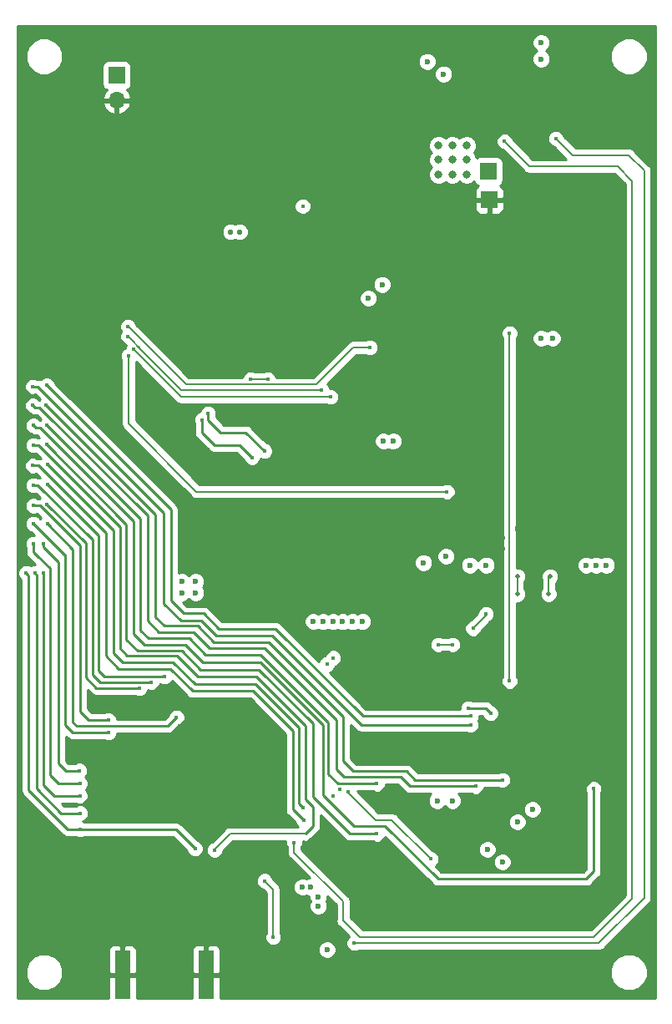
<source format=gbr>
G04 #@! TF.GenerationSoftware,KiCad,Pcbnew,(5.0.0-rc2-dev-491-g430239499)*
G04 #@! TF.CreationDate,2018-09-21T18:59:49-07:00*
G04 #@! TF.ProjectId,PCB_Rev3,5043425F526576332E6B696361645F70,rev?*
G04 #@! TF.SameCoordinates,Original*
G04 #@! TF.FileFunction,Copper,L4,Bot,Signal*
G04 #@! TF.FilePolarity,Positive*
%FSLAX46Y46*%
G04 Gerber Fmt 4.6, Leading zero omitted, Abs format (unit mm)*
G04 Created by KiCad (PCBNEW (5.0.0-rc2-dev-491-g430239499)) date 09/21/18 18:59:49*
%MOMM*%
%LPD*%
G01*
G04 APERTURE LIST*
%ADD10R,1.700000X1.700000*%
%ADD11O,1.700000X1.700000*%
%ADD12R,1.600000X4.900000*%
%ADD13C,0.500000*%
%ADD14C,0.800000*%
%ADD15C,0.450000*%
%ADD16C,0.600000*%
%ADD17C,0.550000*%
%ADD18C,0.200000*%
%ADD19C,0.250000*%
%ADD20C,0.254000*%
G04 APERTURE END LIST*
D10*
X182181500Y-64681100D03*
D11*
X144399000Y-54610000D03*
D10*
X144399000Y-52070000D03*
D12*
X153475000Y-143256000D03*
X144975000Y-143256000D03*
D10*
X182118000Y-61810900D03*
D13*
X164211000Y-62992000D03*
X167259000Y-62801500D03*
X168846500Y-61404500D03*
D14*
X177038000Y-59182000D03*
X177038000Y-60642500D03*
X177038000Y-62103000D03*
X178435000Y-62103000D03*
X178435000Y-59182000D03*
X178435000Y-60642500D03*
X179895500Y-59182000D03*
X179895500Y-62103000D03*
X179895500Y-60642500D03*
D15*
X163258500Y-65341500D03*
D13*
X185039000Y-104648000D03*
X185039000Y-102870000D03*
D15*
X160274000Y-139446000D03*
X159385000Y-133731000D03*
D13*
X188341000Y-102870000D03*
X188214000Y-104648000D03*
D15*
X181864000Y-106670000D03*
X180530500Y-108140500D03*
X189357000Y-105283000D03*
X190171200Y-105283000D03*
X189357000Y-106783000D03*
X190171200Y-106783000D03*
X189357000Y-108283000D03*
X190171200Y-108283000D03*
X159867600Y-69342000D03*
X159867600Y-70866000D03*
X160731200Y-69342000D03*
X160731200Y-70866000D03*
D16*
X157480000Y-54991000D03*
X157480000Y-53975000D03*
X159258000Y-53975000D03*
X159258000Y-54991000D03*
X161036000Y-54991000D03*
X161036000Y-53975000D03*
X177673000Y-67056000D03*
X177673000Y-70993000D03*
X179578000Y-70485000D03*
X179578000Y-74168000D03*
X181610000Y-67056000D03*
X181610000Y-70993000D03*
D15*
X174625000Y-75184000D03*
X174625000Y-75819000D03*
D16*
X171323000Y-78105000D03*
X170053000Y-76708000D03*
X175260000Y-79629000D03*
X175260000Y-80899000D03*
X173736000Y-80899000D03*
X179451000Y-80518000D03*
X180848000Y-80518000D03*
X180848000Y-81788000D03*
X179451000Y-81788000D03*
X191643000Y-80010000D03*
X192405000Y-81915000D03*
X192405000Y-83312000D03*
X191897000Y-84963000D03*
X175387000Y-86106000D03*
X175387000Y-87757000D03*
X168402000Y-88519000D03*
X169926000Y-90170000D03*
X175895000Y-48641000D03*
X187452000Y-55753000D03*
X187452000Y-54610000D03*
X187452000Y-57023000D03*
X192659000Y-57023000D03*
X192659000Y-54610000D03*
X192659000Y-55753000D03*
X152781000Y-68707000D03*
X154305000Y-70104000D03*
X171323000Y-54991000D03*
X173355000Y-54991000D03*
X175514000Y-54991000D03*
X169545000Y-55880000D03*
X162306000Y-56007000D03*
X171323000Y-53594000D03*
X173355000Y-53594000D03*
X175514000Y-53594000D03*
X169545000Y-54356000D03*
X162306000Y-54610000D03*
X172720000Y-64770000D03*
X173990000Y-64770000D03*
X164211000Y-52324000D03*
X165735000Y-52324000D03*
X167259000Y-52324000D03*
X163957000Y-69342000D03*
X165354000Y-70866000D03*
X173609000Y-101981000D03*
X172085000Y-103251000D03*
X172085000Y-104775000D03*
X173609000Y-106045000D03*
D15*
X176784000Y-106299000D03*
X176784000Y-107315000D03*
X176784000Y-108331000D03*
D16*
X186563000Y-100203000D03*
X186563000Y-99060000D03*
X185039000Y-98044000D03*
X188341000Y-98044000D03*
X186563000Y-98044000D03*
X183515000Y-100076000D03*
X189992000Y-100076000D03*
X189992000Y-98933000D03*
X183515000Y-98933000D03*
X187198000Y-114554000D03*
X185547000Y-115951000D03*
X187198000Y-117475000D03*
X194056000Y-120015000D03*
X195834000Y-118745000D03*
X195834000Y-121412000D03*
X175895000Y-119126000D03*
X176911000Y-120650000D03*
X178435000Y-120650000D03*
X177800000Y-128778000D03*
X176149000Y-127508000D03*
X180086000Y-130429000D03*
X178054000Y-130429000D03*
X178054000Y-131572000D03*
X172593000Y-126111000D03*
X178816000Y-141478000D03*
X177165000Y-141478000D03*
X186055000Y-141478000D03*
X186055000Y-142494000D03*
X187833000Y-141478000D03*
X187833000Y-142494000D03*
X185674000Y-136017000D03*
X186817000Y-136017000D03*
X185674000Y-136779000D03*
X186817000Y-136779000D03*
X188468000Y-126492000D03*
X189865000Y-127635000D03*
X164338000Y-99568000D03*
X165354000Y-99568000D03*
X166370000Y-99568000D03*
X167386000Y-99568000D03*
X168275000Y-99568000D03*
X169164000Y-99568000D03*
X151003000Y-104521000D03*
X186563000Y-126492000D03*
X192024000Y-101727000D03*
X177800000Y-100838000D03*
X187452000Y-50419000D03*
X187452000Y-78740000D03*
X188595000Y-78740000D03*
D17*
X156845000Y-67945000D03*
X155956000Y-67945000D03*
D16*
X171323000Y-73279000D03*
X169926000Y-74676000D03*
X171450000Y-89154000D03*
X172466000Y-89154000D03*
X187452000Y-48768000D03*
X177546000Y-51943000D03*
X175895000Y-50673000D03*
X175514000Y-101473000D03*
X180213000Y-101727000D03*
X181864000Y-101727000D03*
X193040000Y-101727000D03*
X194056000Y-101727000D03*
X185039000Y-127762000D03*
X176911000Y-125603000D03*
X178435000Y-125603000D03*
X183515000Y-131826000D03*
X181991000Y-130556000D03*
X165735000Y-140716000D03*
X164846000Y-136271000D03*
X163195000Y-134366000D03*
X164084000Y-134366000D03*
X164846000Y-135382000D03*
X151003000Y-103378000D03*
X152400000Y-103378000D03*
X152400000Y-104521000D03*
X164312600Y-107442000D03*
X165328600Y-107442000D03*
X166344600Y-107442000D03*
X167309800Y-107442000D03*
X168325800Y-107442000D03*
X169341800Y-107442000D03*
D15*
X135940800Y-89560400D03*
X154330400Y-130606800D03*
X140665200Y-125095003D03*
X137007600Y-102514400D03*
X146710400Y-114198400D03*
X137312400Y-95554800D03*
X143560800Y-117449600D03*
X135940800Y-95707200D03*
X149250400Y-113030000D03*
X137363200Y-93522800D03*
X147929600Y-113588800D03*
X135940800Y-93624400D03*
X135890000Y-91643200D03*
X163372800Y-127609600D03*
X180035200Y-116230400D03*
X182321200Y-116738400D03*
X137414000Y-91541600D03*
X163322000Y-126339600D03*
X192786000Y-124409200D03*
X135940800Y-87579200D03*
X170789600Y-123901200D03*
X137312400Y-87528400D03*
X170789600Y-128981200D03*
X137312400Y-89509600D03*
X180340000Y-117906800D03*
X135890000Y-83616800D03*
X180340000Y-117043200D03*
X137312400Y-83515200D03*
X137261600Y-85496400D03*
X183540400Y-123494800D03*
X135890000Y-85547200D03*
X180797200Y-124155200D03*
X145592800Y-80518000D03*
X177901600Y-94284800D03*
X145542000Y-77520800D03*
X170078400Y-79654400D03*
X166116000Y-84683600D03*
X146112544Y-79849821D03*
X165150800Y-83972400D03*
X145542000Y-78536800D03*
X176987200Y-109778800D03*
X178460400Y-109778800D03*
X167843200Y-124714000D03*
X176276000Y-131521200D03*
X184251600Y-113487200D03*
X184251600Y-78232000D03*
X168503600Y-140055600D03*
X188925200Y-58470800D03*
X162407600Y-129844800D03*
X183743600Y-58775600D03*
X153670000Y-86360000D03*
X159385000Y-90170000D03*
X166370000Y-125095000D03*
X166370000Y-111125000D03*
X153035000Y-86995000D03*
X158115000Y-90805000D03*
X167005000Y-124460000D03*
X165735000Y-111760000D03*
X159715200Y-82854800D03*
X157988000Y-82854800D03*
X140716000Y-126873000D03*
X136093200Y-102514400D03*
X152349200Y-130454400D03*
X140716000Y-128524000D03*
X135229600Y-102514400D03*
X140665200Y-123850400D03*
X135940800Y-99568000D03*
X140614400Y-122555003D03*
X136956800Y-99568000D03*
X143560800Y-118719600D03*
X135940800Y-97536000D03*
X150469600Y-117144800D03*
X137363200Y-97536000D03*
D16*
X153416000Y-118618000D03*
X156416000Y-118618000D03*
X159416000Y-118618000D03*
X153416000Y-121618000D03*
X156416000Y-121618000D03*
X159416000Y-121618000D03*
X153416000Y-124618000D03*
X156416000Y-124618000D03*
X159416000Y-124618000D03*
X152781000Y-119253000D03*
X155781000Y-119253000D03*
X158781000Y-119253000D03*
X152781000Y-122253000D03*
X155781000Y-122253000D03*
X158781000Y-122253000D03*
X152781000Y-125253000D03*
X155781000Y-125253000D03*
X158781000Y-125253000D03*
X153416000Y-120015000D03*
X156416000Y-120015000D03*
X159416000Y-120015000D03*
X153416000Y-123015000D03*
X156416000Y-123015000D03*
X159416000Y-123015000D03*
X153416000Y-126015000D03*
X156416000Y-126015000D03*
X159416000Y-126015000D03*
X154051000Y-119253000D03*
X157051000Y-119253000D03*
X160051000Y-119253000D03*
X154051000Y-122253000D03*
X157051000Y-122253000D03*
X160051000Y-122253000D03*
X154051000Y-125253000D03*
X157051000Y-125253000D03*
X160051000Y-125253000D03*
D15*
X163576000Y-133223000D03*
X143891000Y-129679700D03*
X143891000Y-130822700D03*
X143891000Y-132346700D03*
X144018000Y-115697000D03*
X185115200Y-77724000D03*
D16*
X167259000Y-51054000D03*
X164211000Y-51054000D03*
X165735000Y-51054000D03*
X184111900Y-125488700D03*
D15*
X161950400Y-139293600D03*
X162775900Y-139293600D03*
X163626800Y-139293600D03*
X157975300Y-139141200D03*
X158991300Y-139141200D03*
X143891000Y-131445000D03*
D16*
X136359900Y-129971800D03*
X137655300Y-129971800D03*
X136994900Y-130721100D03*
D15*
X158127700Y-130581400D03*
D16*
X165735000Y-142367000D03*
D15*
X145161000Y-133858000D03*
X146161000Y-133858000D03*
X147161000Y-133858000D03*
X150288000Y-133858000D03*
X151288000Y-133858000D03*
X152288000Y-133858000D03*
X153288000Y-133858000D03*
X145161000Y-134858000D03*
X146161000Y-134858000D03*
X147161000Y-134858000D03*
X151288000Y-134858000D03*
X152288000Y-134858000D03*
X153288000Y-134858000D03*
X145161000Y-135858000D03*
X146161000Y-135858000D03*
X147161000Y-135858000D03*
X151288000Y-135858000D03*
X152288000Y-135858000D03*
X153288000Y-135858000D03*
X145161000Y-136858000D03*
X146161000Y-136858000D03*
X147161000Y-136858000D03*
X151288000Y-136858000D03*
X152288000Y-136858000D03*
X153288000Y-136858000D03*
X145161000Y-137858000D03*
X146161000Y-137858000D03*
X147161000Y-137858000D03*
X150288000Y-137858000D03*
X151288000Y-137858000D03*
X152288000Y-137858000D03*
X153288000Y-137858000D03*
X145161000Y-138858000D03*
X146161000Y-138858000D03*
X147161000Y-138858000D03*
X150288000Y-138858000D03*
X151288000Y-138858000D03*
X152288000Y-138858000D03*
X153288000Y-138858000D03*
X145161000Y-139858000D03*
X146161000Y-139858000D03*
X147161000Y-139858000D03*
X150288000Y-139858000D03*
X151288000Y-139858000D03*
X152288000Y-139858000D03*
X153288000Y-139858000D03*
X147161000Y-140858000D03*
X151288000Y-140858000D03*
X147161000Y-141858000D03*
X151288000Y-141858000D03*
X147161000Y-142858000D03*
X151288000Y-142858000D03*
X148050000Y-133858000D03*
X148050000Y-139858000D03*
X148050000Y-137858000D03*
X148050000Y-138858000D03*
D16*
X134620000Y-53498000D03*
X134620000Y-56498000D03*
X134620000Y-59498000D03*
X134620000Y-62498000D03*
X134620000Y-65498000D03*
X134620000Y-68498000D03*
X134620000Y-71498000D03*
X134620000Y-74498000D03*
X134620000Y-77498000D03*
X134620000Y-80498000D03*
X140335000Y-47498000D03*
X143335000Y-47498000D03*
X146335000Y-47498000D03*
X149335000Y-47498000D03*
X152335000Y-47498000D03*
X155335000Y-47498000D03*
X158335000Y-47498000D03*
X161335000Y-47498000D03*
X164335000Y-47498000D03*
X167335000Y-47498000D03*
X170335000Y-47498000D03*
X173335000Y-47498000D03*
X134493000Y-106553000D03*
X134493000Y-109553000D03*
X134493000Y-112553000D03*
X134493000Y-115553000D03*
X134493000Y-118553000D03*
X134493000Y-121553000D03*
X134493000Y-124553000D03*
X134493000Y-127553000D03*
X134493000Y-130553000D03*
X134493000Y-133553000D03*
X134493000Y-136553000D03*
X134493000Y-139553000D03*
X198805800Y-52324000D03*
X198805800Y-55324000D03*
X198805800Y-58324000D03*
X198805800Y-61324000D03*
X198805800Y-64324000D03*
X198805800Y-67324000D03*
X198805800Y-70324000D03*
X198805800Y-73324000D03*
X198805800Y-76324000D03*
X198805800Y-79324000D03*
X198805800Y-82324000D03*
X198805800Y-85324000D03*
X198805800Y-88324000D03*
X198805800Y-91324000D03*
X198805800Y-94324000D03*
X198805800Y-97324000D03*
X198805800Y-100324000D03*
X198805800Y-103324000D03*
X198805800Y-82324000D03*
X198805800Y-85324000D03*
X198805800Y-88324000D03*
X198805800Y-91324000D03*
X198805800Y-94324000D03*
X198805800Y-97324000D03*
X198805800Y-100324000D03*
X198805800Y-103324000D03*
X198805800Y-82324000D03*
X198805800Y-85324000D03*
X198805800Y-88324000D03*
X198805800Y-91324000D03*
X198805800Y-94324000D03*
X198805800Y-97324000D03*
X198805800Y-100324000D03*
X198805800Y-103324000D03*
X198805800Y-106324000D03*
X198805800Y-109324000D03*
X198805800Y-112324000D03*
X198805800Y-115324000D03*
X198805800Y-118324000D03*
X198805800Y-121324000D03*
X198805800Y-124324000D03*
X198805800Y-127324000D03*
X198805800Y-130324000D03*
X198805800Y-133324000D03*
X198805800Y-136324000D03*
X198805800Y-139324000D03*
X158889700Y-145415000D03*
X161889700Y-145415000D03*
X164889700Y-145415000D03*
X167889700Y-145415000D03*
X170889700Y-145415000D03*
X173889700Y-145415000D03*
X176889700Y-145415000D03*
X179889700Y-145415000D03*
X182889700Y-145415000D03*
X185889700Y-145415000D03*
X188889700Y-145415000D03*
X191889700Y-145415000D03*
X150825200Y-96240600D03*
X152325200Y-96240600D03*
X153825200Y-96240600D03*
X150825200Y-97740600D03*
X152325200Y-97740600D03*
X153825200Y-97740600D03*
X150825200Y-99240600D03*
X152325200Y-99240600D03*
X153825200Y-99240600D03*
X150825200Y-100740600D03*
X152325200Y-100740600D03*
X153825200Y-100740600D03*
D18*
X185039000Y-104648000D02*
X185039000Y-102870000D01*
X160274000Y-139446000D02*
X160274000Y-134620000D01*
X160274000Y-134620000D02*
X159385000Y-133731000D01*
X188214000Y-102997000D02*
X188341000Y-102870000D01*
X188214000Y-104648000D02*
X188214000Y-102997000D01*
X180530500Y-108140500D02*
X181864000Y-106807000D01*
X181864000Y-106807000D02*
X181864000Y-106670000D01*
D19*
X136448800Y-89560400D02*
X135940800Y-89560400D01*
X144729200Y-97840800D02*
X136448800Y-89560400D01*
X144729200Y-110185200D02*
X144729200Y-97840800D01*
X145440400Y-110896400D02*
X144729200Y-110185200D01*
X158546800Y-113030000D02*
X152654000Y-113030000D01*
X163576000Y-118059200D02*
X158546800Y-113030000D01*
X163576000Y-125476000D02*
X163576000Y-118059200D01*
X150520400Y-110896400D02*
X145440400Y-110896400D01*
X152654000Y-113030000D02*
X150520400Y-110896400D01*
X163525200Y-128981200D02*
X164338000Y-128168400D01*
X164338000Y-128168400D02*
X164338000Y-126238000D01*
X164338000Y-126238000D02*
X163576000Y-125476000D01*
D18*
X163525200Y-128981200D02*
X155905200Y-128981200D01*
X155905200Y-128981200D02*
X154330400Y-130556000D01*
X154330400Y-130556000D02*
X154330400Y-130606800D01*
D19*
X138049003Y-125095003D02*
X137007600Y-124053600D01*
X137007600Y-124053600D02*
X137007600Y-102832598D01*
X137007600Y-102832598D02*
X137007600Y-102514400D01*
X140665200Y-125095003D02*
X138049003Y-125095003D01*
X146710400Y-114198400D02*
X143357600Y-114198400D01*
X143357600Y-114198400D02*
X142341600Y-114198400D01*
X142341600Y-114198400D02*
X141274800Y-113131600D01*
X141274800Y-113131600D02*
X141274800Y-99517200D01*
X141274800Y-99517200D02*
X137312400Y-95554800D01*
X143560800Y-117449600D02*
X143242602Y-117449600D01*
X143242602Y-117449600D02*
X141528800Y-117449600D01*
X141528800Y-117449600D02*
X140665200Y-116586000D01*
X140665200Y-116586000D02*
X140665200Y-99771200D01*
X140665200Y-99771200D02*
X136601200Y-95707200D01*
X136601200Y-95707200D02*
X135940800Y-95707200D01*
X149250400Y-113030000D02*
X143256000Y-113030000D01*
X143256000Y-113030000D02*
X143154400Y-113030000D01*
X143154400Y-113030000D02*
X142544800Y-112420400D01*
X142544800Y-112420400D02*
X142544800Y-98704400D01*
X142544800Y-98704400D02*
X137363200Y-93522800D01*
X147929600Y-113588800D02*
X142697200Y-113588800D01*
X142697200Y-113588800D02*
X141935200Y-112826800D01*
X141935200Y-112826800D02*
X141935200Y-99161600D01*
X141935200Y-99161600D02*
X136398000Y-93624400D01*
X136398000Y-93624400D02*
X135940800Y-93624400D01*
X136448800Y-91643200D02*
X135890000Y-91643200D01*
X143306800Y-98501200D02*
X136448800Y-91643200D01*
X149860000Y-112268000D02*
X144627600Y-112268000D01*
X144627600Y-112268000D02*
X143306800Y-110947200D01*
X143306800Y-110947200D02*
X143306800Y-98501200D01*
X162255200Y-125679200D02*
X162255200Y-118516400D01*
X162255200Y-118516400D02*
X158242000Y-114503200D01*
X158242000Y-114503200D02*
X152095200Y-114503200D01*
X152095200Y-114503200D02*
X149860000Y-112268000D01*
X162255200Y-126492000D02*
X163372800Y-127609600D01*
X162255200Y-125679200D02*
X162255200Y-126492000D01*
X180035200Y-116230400D02*
X181813200Y-116230400D01*
X181813200Y-116230400D02*
X182321200Y-116738400D01*
X144068800Y-110642400D02*
X144068800Y-98196400D01*
X144068800Y-98196400D02*
X137414000Y-91541600D01*
X144983200Y-111556800D02*
X144068800Y-110642400D01*
X158496000Y-113792000D02*
X152349200Y-113792000D01*
X150114000Y-111556800D02*
X144983200Y-111556800D01*
X152349200Y-113792000D02*
X150114000Y-111556800D01*
X162915600Y-118211600D02*
X158496000Y-113792000D01*
X162915600Y-125272800D02*
X162915600Y-125018800D01*
X162915600Y-125018800D02*
X162915600Y-124663200D01*
X162915600Y-124663200D02*
X162915600Y-118211600D01*
X162915600Y-124663200D02*
X162915600Y-125933200D01*
X162915600Y-125933200D02*
X163322000Y-126339600D01*
X136165799Y-87804199D02*
X135940800Y-87579200D01*
X136622999Y-87804199D02*
X136165799Y-87804199D01*
X146100800Y-108712000D02*
X146100800Y-97282000D01*
X147218400Y-109829600D02*
X146100800Y-108712000D01*
X151333200Y-109829600D02*
X147218400Y-109829600D01*
X146100800Y-97282000D02*
X136622999Y-87804199D01*
X159004000Y-111607600D02*
X153111200Y-111607600D01*
X153111200Y-111607600D02*
X151333200Y-109829600D01*
X165303200Y-117906800D02*
X159004000Y-111607600D01*
X165303200Y-125018800D02*
X165303200Y-117906800D01*
X192786000Y-132791200D02*
X192024000Y-133553200D01*
X192786000Y-124409200D02*
X192786000Y-132791200D01*
X192024000Y-133553200D02*
X176987200Y-133553200D01*
X171602400Y-128168400D02*
X168452800Y-128168400D01*
X176987200Y-133553200D02*
X171602400Y-128168400D01*
X168452800Y-128168400D02*
X165303200Y-125018800D01*
X170789600Y-123901200D02*
X166827200Y-123901200D01*
X166827200Y-123901200D02*
X165862000Y-122936000D01*
X165862000Y-122936000D02*
X165862000Y-117652800D01*
X165862000Y-117652800D02*
X159004000Y-110794800D01*
X159004000Y-110794800D02*
X153416000Y-110794800D01*
X153416000Y-110794800D02*
X151790400Y-109169200D01*
X151790400Y-109169200D02*
X147624800Y-109169200D01*
X147624800Y-109169200D02*
X146812000Y-108356400D01*
X146812000Y-108356400D02*
X146812000Y-97028000D01*
X146812000Y-97028000D02*
X137312400Y-87528400D01*
X170789600Y-128981200D02*
X170471402Y-128981200D01*
X170471402Y-128981200D02*
X168046400Y-128981200D01*
X168046400Y-128981200D02*
X164287200Y-125222000D01*
X164287200Y-125222000D02*
X164287200Y-117805200D01*
X164287200Y-117805200D02*
X158800800Y-112318800D01*
X158800800Y-112318800D02*
X152908000Y-112318800D01*
X152908000Y-112318800D02*
X151028400Y-110439200D01*
X151028400Y-110439200D02*
X146507200Y-110439200D01*
X146507200Y-110439200D02*
X145389600Y-109321600D01*
X145389600Y-109321600D02*
X145389600Y-97586800D01*
X145389600Y-97586800D02*
X137312400Y-89509600D01*
X149199600Y-105664000D02*
X149199600Y-96418400D01*
X150926800Y-107391200D02*
X149199600Y-105664000D01*
X153009600Y-107391200D02*
X150926800Y-107391200D01*
X160172400Y-108864400D02*
X154482800Y-108864400D01*
X149199600Y-96418400D02*
X136398000Y-83616800D01*
X154482800Y-108864400D02*
X153009600Y-107391200D01*
X180340000Y-117906800D02*
X169214800Y-117906800D01*
X169214800Y-117906800D02*
X160172400Y-108864400D01*
X136398000Y-83616800D02*
X135890000Y-83616800D01*
X180340000Y-117043200D02*
X169722800Y-117043200D01*
X169722800Y-117043200D02*
X169367200Y-117043200D01*
X169367200Y-117043200D02*
X160528000Y-108204000D01*
X160528000Y-108204000D02*
X154787600Y-108204000D01*
X154787600Y-108204000D02*
X153212800Y-106629200D01*
X153212800Y-106629200D02*
X151231600Y-106629200D01*
X151231600Y-106629200D02*
X149910800Y-105308400D01*
X149910800Y-105308400D02*
X149910800Y-96113600D01*
X149910800Y-96113600D02*
X137312400Y-83515200D01*
X174650400Y-123494800D02*
X183540400Y-123494800D01*
X173786800Y-122631200D02*
X174650400Y-123494800D01*
X167386000Y-121615200D02*
X168402000Y-122631200D01*
X167386000Y-117094000D02*
X167386000Y-121615200D01*
X137261600Y-85496400D02*
X148336000Y-96570800D01*
X159867600Y-109575600D02*
X167386000Y-117094000D01*
X148336000Y-96570800D02*
X148336000Y-106984800D01*
X148336000Y-106984800D02*
X149250400Y-107899200D01*
X168402000Y-122631200D02*
X173786800Y-122631200D01*
X149250400Y-107899200D02*
X152603200Y-107899200D01*
X152603200Y-107899200D02*
X154279600Y-109575600D01*
X154279600Y-109575600D02*
X159867600Y-109575600D01*
X136114999Y-85772199D02*
X136572199Y-85772199D01*
X135890000Y-85547200D02*
X136114999Y-85772199D01*
X136572199Y-85772199D02*
X147523200Y-96723200D01*
X147523200Y-96723200D02*
X147523200Y-107391200D01*
X147523200Y-107391200D02*
X148691600Y-108559600D01*
X148691600Y-108559600D02*
X152196800Y-108559600D01*
X152196800Y-108559600D02*
X153822400Y-110185200D01*
X153822400Y-110185200D02*
X159410400Y-110185200D01*
X159410400Y-110185200D02*
X166674800Y-117449600D01*
X166674800Y-117449600D02*
X166674800Y-122428000D01*
X166674800Y-122428000D02*
X167436800Y-123190000D01*
X167436800Y-123190000D02*
X173177200Y-123190000D01*
X173177200Y-123190000D02*
X174142400Y-124155200D01*
X174142400Y-124155200D02*
X180797200Y-124155200D01*
D18*
X145592800Y-80518000D02*
X145592800Y-87376000D01*
X145592800Y-87376000D02*
X152501600Y-94284800D01*
X177583402Y-94284800D02*
X177901600Y-94284800D01*
X152501600Y-94284800D02*
X177583402Y-94284800D01*
X145542000Y-77520800D02*
X145766999Y-77745799D01*
X145766999Y-77745799D02*
X151434800Y-83413600D01*
X151434800Y-83413600D02*
X164642800Y-83413600D01*
X164642800Y-83413600D02*
X168402000Y-79654400D01*
X168402000Y-79654400D02*
X170078400Y-79654400D01*
X146337543Y-80074820D02*
X146112544Y-79849821D01*
X166116000Y-84683600D02*
X150946323Y-84683600D01*
X150946323Y-84683600D02*
X146337543Y-80074820D01*
X150977600Y-83972400D02*
X165150800Y-83972400D01*
X145766999Y-78761799D02*
X146913600Y-79908400D01*
X145542000Y-78536800D02*
X145766999Y-78761799D01*
X146913600Y-79908400D02*
X150977600Y-83972400D01*
X146579799Y-79574599D02*
X146913600Y-79908400D01*
X176987200Y-109778800D02*
X178460400Y-109778800D01*
X168068199Y-124938999D02*
X168068199Y-124989799D01*
X167843200Y-124714000D02*
X168068199Y-124938999D01*
X168068199Y-124989799D02*
X170637200Y-127558800D01*
X170637200Y-127558800D02*
X172313600Y-127558800D01*
X172313600Y-127558800D02*
X176276000Y-131521200D01*
X184251600Y-78130400D02*
X184251600Y-78232000D01*
X184251600Y-113487200D02*
X184251600Y-78232000D01*
X168503600Y-140055600D02*
X193294000Y-140055600D01*
X197892001Y-135457599D02*
X197892001Y-61748001D01*
X193294000Y-140055600D02*
X197892001Y-135457599D01*
X197892001Y-61748001D02*
X196342000Y-60198000D01*
X196342000Y-60198000D02*
X190652400Y-60198000D01*
X190652400Y-60198000D02*
X188925200Y-58470800D01*
X162407600Y-129844800D02*
X162407600Y-130860800D01*
X162407600Y-130860800D02*
X167386000Y-135839200D01*
X167386000Y-135839200D02*
X167386000Y-137769600D01*
X167386000Y-137769600D02*
X169062400Y-139446000D01*
X169062400Y-139446000D02*
X192786000Y-139446000D01*
X192786000Y-139446000D02*
X196697600Y-135534400D01*
X196697600Y-135534400D02*
X196697600Y-62788800D01*
X196697600Y-62788800D02*
X195224400Y-61315600D01*
X195224400Y-61315600D02*
X186283600Y-61315600D01*
X186283600Y-61315600D02*
X183743600Y-58775600D01*
D19*
X153670000Y-86360000D02*
X153670000Y-86995000D01*
X153670000Y-86995000D02*
X154940000Y-88265000D01*
X154940000Y-88265000D02*
X157480000Y-88265000D01*
X157480000Y-88265000D02*
X159385000Y-90170000D01*
X153035000Y-86995000D02*
X153035000Y-88265000D01*
X153035000Y-88265000D02*
X154305000Y-89535000D01*
X154305000Y-89535000D02*
X156845000Y-89535000D01*
X156845000Y-89535000D02*
X158115000Y-90805000D01*
D18*
X159715200Y-82854800D02*
X157988000Y-82854800D01*
D19*
X136318199Y-124405599D02*
X138785600Y-126873000D01*
X136318199Y-102739399D02*
X136318199Y-124405599D01*
X136093200Y-102514400D02*
X136318199Y-102739399D01*
X140716000Y-126873000D02*
X138785600Y-126873000D01*
X152349200Y-130454400D02*
X150418800Y-128524000D01*
X150418800Y-128524000D02*
X140716000Y-128524000D01*
X135454599Y-124532599D02*
X139446000Y-128524000D01*
X135454599Y-102739399D02*
X135454599Y-124532599D01*
X135229600Y-102514400D02*
X135454599Y-102739399D01*
X140716000Y-128524000D02*
X139446000Y-128524000D01*
X140665200Y-123850400D02*
X138938000Y-123850400D01*
X138480800Y-123850400D02*
X137617200Y-122986800D01*
X138938000Y-123850400D02*
X138480800Y-123850400D01*
X136296400Y-100736400D02*
X137617200Y-102057200D01*
X137617200Y-102057200D02*
X137617200Y-122986800D01*
X136296400Y-100736400D02*
X135940800Y-100380800D01*
X135940800Y-100380800D02*
X135940800Y-99568000D01*
X136956800Y-99886198D02*
X138531600Y-101460998D01*
X136956800Y-99568000D02*
X136956800Y-99886198D01*
X138531600Y-101460998D02*
X138531600Y-121869200D01*
X139217403Y-122555003D02*
X140614400Y-122555003D01*
X138531600Y-121869200D02*
X139217403Y-122555003D01*
X143560800Y-118719600D02*
X139954000Y-118719600D01*
X139954000Y-118719600D02*
X139141200Y-117906800D01*
X139141200Y-117906800D02*
X139141200Y-101041200D01*
X139090400Y-100685600D02*
X135940800Y-97536000D01*
X139141200Y-101041200D02*
X139141200Y-100685600D01*
X150469600Y-117144800D02*
X149555200Y-118059200D01*
X149555200Y-118059200D02*
X140360400Y-118059200D01*
X140360400Y-118059200D02*
X139954000Y-117652800D01*
X139954000Y-117652800D02*
X139954000Y-100126800D01*
X139954000Y-100126800D02*
X137363200Y-97536000D01*
D20*
G36*
X198990001Y-145645000D02*
X154910000Y-145645000D01*
X154910000Y-143541750D01*
X154751250Y-143383000D01*
X153602000Y-143383000D01*
X153602000Y-143403000D01*
X153348000Y-143403000D01*
X153348000Y-143383000D01*
X152198750Y-143383000D01*
X152040000Y-143541750D01*
X152040000Y-145645000D01*
X146410000Y-145645000D01*
X146410000Y-143541750D01*
X146251250Y-143383000D01*
X145102000Y-143383000D01*
X145102000Y-143403000D01*
X144848000Y-143403000D01*
X144848000Y-143383000D01*
X143698750Y-143383000D01*
X143540000Y-143541750D01*
X143540000Y-145645000D01*
X134314000Y-145645000D01*
X134314000Y-142627050D01*
X135148000Y-142627050D01*
X135148000Y-143376950D01*
X135434974Y-144069767D01*
X135965233Y-144600026D01*
X136658050Y-144887000D01*
X137407950Y-144887000D01*
X138100767Y-144600026D01*
X138631026Y-144069767D01*
X138918000Y-143376950D01*
X138918000Y-142627050D01*
X138631026Y-141934233D01*
X138100767Y-141403974D01*
X137407950Y-141117000D01*
X136658050Y-141117000D01*
X135965233Y-141403974D01*
X135434974Y-141934233D01*
X135148000Y-142627050D01*
X134314000Y-142627050D01*
X134314000Y-140679690D01*
X143540000Y-140679690D01*
X143540000Y-142970250D01*
X143698750Y-143129000D01*
X144848000Y-143129000D01*
X144848000Y-140329750D01*
X145102000Y-140329750D01*
X145102000Y-143129000D01*
X146251250Y-143129000D01*
X146410000Y-142970250D01*
X146410000Y-140679690D01*
X152040000Y-140679690D01*
X152040000Y-142970250D01*
X152198750Y-143129000D01*
X153348000Y-143129000D01*
X153348000Y-140329750D01*
X153602000Y-140329750D01*
X153602000Y-143129000D01*
X154751250Y-143129000D01*
X154910000Y-142970250D01*
X154910000Y-142627050D01*
X194457000Y-142627050D01*
X194457000Y-143376950D01*
X194743974Y-144069767D01*
X195274233Y-144600026D01*
X195967050Y-144887000D01*
X196716950Y-144887000D01*
X197409767Y-144600026D01*
X197940026Y-144069767D01*
X198227000Y-143376950D01*
X198227000Y-142627050D01*
X197940026Y-141934233D01*
X197409767Y-141403974D01*
X196716950Y-141117000D01*
X195967050Y-141117000D01*
X195274233Y-141403974D01*
X194743974Y-141934233D01*
X194457000Y-142627050D01*
X154910000Y-142627050D01*
X154910000Y-140679690D01*
X154848004Y-140530017D01*
X164800000Y-140530017D01*
X164800000Y-140901983D01*
X164942345Y-141245635D01*
X165205365Y-141508655D01*
X165549017Y-141651000D01*
X165920983Y-141651000D01*
X166264635Y-141508655D01*
X166527655Y-141245635D01*
X166670000Y-140901983D01*
X166670000Y-140530017D01*
X166527655Y-140186365D01*
X166264635Y-139923345D01*
X165920983Y-139781000D01*
X165549017Y-139781000D01*
X165205365Y-139923345D01*
X164942345Y-140186365D01*
X164800000Y-140530017D01*
X154848004Y-140530017D01*
X154813327Y-140446301D01*
X154634698Y-140267673D01*
X154401309Y-140171000D01*
X153760750Y-140171000D01*
X153602000Y-140329750D01*
X153348000Y-140329750D01*
X153189250Y-140171000D01*
X152548691Y-140171000D01*
X152315302Y-140267673D01*
X152136673Y-140446301D01*
X152040000Y-140679690D01*
X146410000Y-140679690D01*
X146313327Y-140446301D01*
X146134698Y-140267673D01*
X145901309Y-140171000D01*
X145260750Y-140171000D01*
X145102000Y-140329750D01*
X144848000Y-140329750D01*
X144689250Y-140171000D01*
X144048691Y-140171000D01*
X143815302Y-140267673D01*
X143636673Y-140446301D01*
X143540000Y-140679690D01*
X134314000Y-140679690D01*
X134314000Y-133559935D01*
X158525000Y-133559935D01*
X158525000Y-133902065D01*
X158655928Y-134218151D01*
X158897849Y-134460072D01*
X159199627Y-134585073D01*
X159539001Y-134924448D01*
X159539000Y-138973160D01*
X159414000Y-139274935D01*
X159414000Y-139617065D01*
X159544928Y-139933151D01*
X159786849Y-140175072D01*
X160102935Y-140306000D01*
X160445065Y-140306000D01*
X160761151Y-140175072D01*
X161003072Y-139933151D01*
X161134000Y-139617065D01*
X161134000Y-139274935D01*
X161009000Y-138973160D01*
X161009000Y-134692384D01*
X161023398Y-134620000D01*
X161009000Y-134547616D01*
X161009000Y-134547612D01*
X160966354Y-134333217D01*
X160803905Y-134090095D01*
X160742537Y-134049090D01*
X160239073Y-133545627D01*
X160114072Y-133243849D01*
X159872151Y-133001928D01*
X159556065Y-132871000D01*
X159213935Y-132871000D01*
X158897849Y-133001928D01*
X158655928Y-133243849D01*
X158525000Y-133559935D01*
X134314000Y-133559935D01*
X134314000Y-102343335D01*
X134369600Y-102343335D01*
X134369600Y-102685465D01*
X134500528Y-103001551D01*
X134694599Y-103195622D01*
X134694600Y-124457747D01*
X134679711Y-124532599D01*
X134738696Y-124829136D01*
X134846048Y-124989799D01*
X134906671Y-125080528D01*
X134970127Y-125122928D01*
X138855673Y-129008476D01*
X138898071Y-129071929D01*
X138961524Y-129114327D01*
X138961526Y-129114329D01*
X139086902Y-129198102D01*
X139149463Y-129239904D01*
X139371148Y-129284000D01*
X139371152Y-129284000D01*
X139445999Y-129298888D01*
X139520846Y-129284000D01*
X140303515Y-129284000D01*
X140544935Y-129384000D01*
X140887065Y-129384000D01*
X141128485Y-129284000D01*
X150103999Y-129284000D01*
X151520127Y-130700129D01*
X151620128Y-130941551D01*
X151862049Y-131183472D01*
X152178135Y-131314400D01*
X152520265Y-131314400D01*
X152836351Y-131183472D01*
X153078272Y-130941551D01*
X153209200Y-130625465D01*
X153209200Y-130283335D01*
X153078272Y-129967249D01*
X152836351Y-129725328D01*
X152594929Y-129625327D01*
X151009131Y-128039530D01*
X150966729Y-127976071D01*
X150715337Y-127808096D01*
X150493652Y-127764000D01*
X150493647Y-127764000D01*
X150418800Y-127749112D01*
X150343953Y-127764000D01*
X141128485Y-127764000D01*
X140970355Y-127698500D01*
X141203151Y-127602072D01*
X141445072Y-127360151D01*
X141576000Y-127044065D01*
X141576000Y-126701935D01*
X141445072Y-126385849D01*
X141203151Y-126143928D01*
X140887065Y-126013000D01*
X140544935Y-126013000D01*
X140303515Y-126113000D01*
X139100402Y-126113000D01*
X138842405Y-125855003D01*
X140252715Y-125855003D01*
X140494135Y-125955003D01*
X140836265Y-125955003D01*
X141152351Y-125824075D01*
X141394272Y-125582154D01*
X141525200Y-125266068D01*
X141525200Y-124923938D01*
X141394272Y-124607852D01*
X141259122Y-124472702D01*
X141394272Y-124337551D01*
X141525200Y-124021465D01*
X141525200Y-123679335D01*
X141394272Y-123363249D01*
X141208325Y-123177302D01*
X141343472Y-123042154D01*
X141474400Y-122726068D01*
X141474400Y-122383938D01*
X141343472Y-122067852D01*
X141101551Y-121825931D01*
X140785465Y-121695003D01*
X140443335Y-121695003D01*
X140201915Y-121795003D01*
X139532205Y-121795003D01*
X139291600Y-121554399D01*
X139291600Y-119132002D01*
X139363671Y-119204073D01*
X139406071Y-119267529D01*
X139469527Y-119309929D01*
X139657462Y-119435504D01*
X139705605Y-119445080D01*
X139879148Y-119479600D01*
X139879152Y-119479600D01*
X139954000Y-119494488D01*
X140028848Y-119479600D01*
X143148315Y-119479600D01*
X143389735Y-119579600D01*
X143731865Y-119579600D01*
X144047951Y-119448672D01*
X144289872Y-119206751D01*
X144420800Y-118890665D01*
X144420800Y-118819200D01*
X149480353Y-118819200D01*
X149555200Y-118834088D01*
X149630047Y-118819200D01*
X149630052Y-118819200D01*
X149851737Y-118775104D01*
X150103129Y-118607129D01*
X150145531Y-118543670D01*
X150715329Y-117973873D01*
X150956751Y-117873872D01*
X151198672Y-117631951D01*
X151329600Y-117315865D01*
X151329600Y-116973735D01*
X151198672Y-116657649D01*
X150956751Y-116415728D01*
X150640665Y-116284800D01*
X150298535Y-116284800D01*
X149982449Y-116415728D01*
X149740528Y-116657649D01*
X149640527Y-116899071D01*
X149240399Y-117299200D01*
X144420800Y-117299200D01*
X144420800Y-117278535D01*
X144289872Y-116962449D01*
X144047951Y-116720528D01*
X143731865Y-116589600D01*
X143389735Y-116589600D01*
X143148315Y-116689600D01*
X141843602Y-116689600D01*
X141425200Y-116271199D01*
X141425200Y-114356802D01*
X141751271Y-114682873D01*
X141793671Y-114746329D01*
X142045063Y-114914304D01*
X142266748Y-114958400D01*
X142266752Y-114958400D01*
X142341599Y-114973288D01*
X142416446Y-114958400D01*
X146297915Y-114958400D01*
X146539335Y-115058400D01*
X146881465Y-115058400D01*
X147197551Y-114927472D01*
X147439472Y-114685551D01*
X147569903Y-114370665D01*
X147758535Y-114448800D01*
X148100665Y-114448800D01*
X148416751Y-114317872D01*
X148658672Y-114075951D01*
X148777118Y-113790000D01*
X148837915Y-113790000D01*
X149079335Y-113890000D01*
X149421465Y-113890000D01*
X149737551Y-113759072D01*
X149979472Y-113517151D01*
X149995545Y-113478347D01*
X151504870Y-114987672D01*
X151547271Y-115051129D01*
X151798663Y-115219104D01*
X152020348Y-115263200D01*
X152020352Y-115263200D01*
X152095199Y-115278088D01*
X152170046Y-115263200D01*
X157927199Y-115263200D01*
X161495201Y-118831203D01*
X161495200Y-125604348D01*
X161495200Y-126417153D01*
X161480312Y-126492000D01*
X161495200Y-126566847D01*
X161495200Y-126566852D01*
X161531552Y-126749600D01*
X161539297Y-126788537D01*
X161600764Y-126880528D01*
X161707272Y-127039929D01*
X161770728Y-127082329D01*
X162543727Y-127855329D01*
X162643728Y-128096751D01*
X162793177Y-128246200D01*
X155977588Y-128246200D01*
X155905200Y-128231801D01*
X155832812Y-128246200D01*
X155618417Y-128288846D01*
X155375295Y-128451295D01*
X155334290Y-128512663D01*
X154058306Y-129788648D01*
X153843249Y-129877728D01*
X153601328Y-130119649D01*
X153470400Y-130435735D01*
X153470400Y-130777865D01*
X153601328Y-131093951D01*
X153843249Y-131335872D01*
X154159335Y-131466800D01*
X154501465Y-131466800D01*
X154817551Y-131335872D01*
X155059472Y-131093951D01*
X155190400Y-130777865D01*
X155190400Y-130735446D01*
X156209647Y-129716200D01*
X161547600Y-129716200D01*
X161547600Y-130015865D01*
X161672600Y-130317641D01*
X161672601Y-130788411D01*
X161658202Y-130860800D01*
X161715246Y-131147582D01*
X161836691Y-131329337D01*
X161877696Y-131390705D01*
X161939063Y-131431709D01*
X163938354Y-133431000D01*
X163898017Y-133431000D01*
X163639500Y-133538081D01*
X163380983Y-133431000D01*
X163009017Y-133431000D01*
X162665365Y-133573345D01*
X162402345Y-133836365D01*
X162260000Y-134180017D01*
X162260000Y-134551983D01*
X162402345Y-134895635D01*
X162665365Y-135158655D01*
X163009017Y-135301000D01*
X163380983Y-135301000D01*
X163639500Y-135193919D01*
X163898017Y-135301000D01*
X163911000Y-135301000D01*
X163911000Y-135567983D01*
X164018081Y-135826500D01*
X163911000Y-136085017D01*
X163911000Y-136456983D01*
X164053345Y-136800635D01*
X164316365Y-137063655D01*
X164660017Y-137206000D01*
X165031983Y-137206000D01*
X165375635Y-137063655D01*
X165638655Y-136800635D01*
X165781000Y-136456983D01*
X165781000Y-136085017D01*
X165673919Y-135826500D01*
X165781000Y-135567983D01*
X165781000Y-135273647D01*
X166651000Y-136143647D01*
X166651001Y-137697211D01*
X166636602Y-137769600D01*
X166693646Y-138056382D01*
X166693647Y-138056383D01*
X166856096Y-138299505D01*
X166917463Y-138340509D01*
X167959965Y-139383012D01*
X167774528Y-139568449D01*
X167643600Y-139884535D01*
X167643600Y-140226665D01*
X167774528Y-140542751D01*
X168016449Y-140784672D01*
X168332535Y-140915600D01*
X168674665Y-140915600D01*
X168976440Y-140790600D01*
X193221616Y-140790600D01*
X193294000Y-140804998D01*
X193366384Y-140790600D01*
X193366388Y-140790600D01*
X193580783Y-140747954D01*
X193823905Y-140585505D01*
X193864911Y-140524135D01*
X198360539Y-136028508D01*
X198421906Y-135987504D01*
X198584355Y-135744382D01*
X198627001Y-135529987D01*
X198627001Y-135529984D01*
X198641399Y-135457600D01*
X198627001Y-135385216D01*
X198627001Y-61820384D01*
X198641399Y-61748000D01*
X198627001Y-61675616D01*
X198627001Y-61675613D01*
X198584355Y-61461218D01*
X198421906Y-61218096D01*
X198360538Y-61177091D01*
X196912911Y-59729465D01*
X196871905Y-59668095D01*
X196628783Y-59505646D01*
X196414388Y-59463000D01*
X196414384Y-59463000D01*
X196342000Y-59448602D01*
X196269616Y-59463000D01*
X190956847Y-59463000D01*
X189779274Y-58285427D01*
X189654272Y-57983649D01*
X189412351Y-57741728D01*
X189096265Y-57610800D01*
X188754135Y-57610800D01*
X188438049Y-57741728D01*
X188196128Y-57983649D01*
X188065200Y-58299735D01*
X188065200Y-58641865D01*
X188196128Y-58957951D01*
X188438049Y-59199872D01*
X188739827Y-59324874D01*
X189995553Y-60580600D01*
X186588047Y-60580600D01*
X184597674Y-58590227D01*
X184472672Y-58288449D01*
X184230751Y-58046528D01*
X183914665Y-57915600D01*
X183572535Y-57915600D01*
X183256449Y-58046528D01*
X183014528Y-58288449D01*
X182883600Y-58604535D01*
X182883600Y-58946665D01*
X183014528Y-59262751D01*
X183256449Y-59504672D01*
X183558227Y-59629674D01*
X185712691Y-61784137D01*
X185753695Y-61845505D01*
X185996817Y-62007954D01*
X186211212Y-62050600D01*
X186211215Y-62050600D01*
X186283599Y-62064998D01*
X186355983Y-62050600D01*
X194919954Y-62050600D01*
X195962601Y-63093248D01*
X195962600Y-135229953D01*
X192481554Y-138711000D01*
X169366847Y-138711000D01*
X168121000Y-137465154D01*
X168121000Y-135911584D01*
X168135398Y-135839200D01*
X168121000Y-135766816D01*
X168121000Y-135766812D01*
X168078354Y-135552417D01*
X167915905Y-135309295D01*
X167854538Y-135268291D01*
X163142600Y-130556354D01*
X163142600Y-130317640D01*
X163267600Y-130015865D01*
X163267600Y-129716200D01*
X163324670Y-129716200D01*
X163525200Y-129756088D01*
X163821737Y-129697103D01*
X164009672Y-129571529D01*
X164822473Y-128758729D01*
X164885929Y-128716329D01*
X164928924Y-128651982D01*
X165053904Y-128464938D01*
X165069906Y-128384488D01*
X165098000Y-128243252D01*
X165098000Y-128243248D01*
X165112888Y-128168400D01*
X165098000Y-128093552D01*
X165098000Y-127107601D01*
X167456071Y-129465673D01*
X167498471Y-129529129D01*
X167749863Y-129697104D01*
X167971548Y-129741200D01*
X167971552Y-129741200D01*
X168046400Y-129756088D01*
X168121248Y-129741200D01*
X170377115Y-129741200D01*
X170618535Y-129841200D01*
X170960665Y-129841200D01*
X171276751Y-129710272D01*
X171518672Y-129468351D01*
X171609141Y-129249942D01*
X176396871Y-134037673D01*
X176439271Y-134101129D01*
X176690663Y-134269104D01*
X176912348Y-134313200D01*
X176912352Y-134313200D01*
X176987199Y-134328088D01*
X177062046Y-134313200D01*
X191949153Y-134313200D01*
X192024000Y-134328088D01*
X192098847Y-134313200D01*
X192098852Y-134313200D01*
X192320537Y-134269104D01*
X192571929Y-134101129D01*
X192614331Y-134037670D01*
X193270473Y-133381529D01*
X193333929Y-133339129D01*
X193397593Y-133243849D01*
X193501904Y-133087738D01*
X193511669Y-133038646D01*
X193546000Y-132866052D01*
X193546000Y-132866048D01*
X193560888Y-132791200D01*
X193546000Y-132716352D01*
X193546000Y-124821685D01*
X193646000Y-124580265D01*
X193646000Y-124238135D01*
X193515072Y-123922049D01*
X193273151Y-123680128D01*
X192957065Y-123549200D01*
X192614935Y-123549200D01*
X192298849Y-123680128D01*
X192056928Y-123922049D01*
X191926000Y-124238135D01*
X191926000Y-124580265D01*
X192026000Y-124821685D01*
X192026001Y-132476397D01*
X191709199Y-132793200D01*
X177302002Y-132793200D01*
X176760268Y-132251466D01*
X176763151Y-132250272D01*
X177005072Y-132008351D01*
X177136000Y-131692265D01*
X177136000Y-131640017D01*
X182580000Y-131640017D01*
X182580000Y-132011983D01*
X182722345Y-132355635D01*
X182985365Y-132618655D01*
X183329017Y-132761000D01*
X183700983Y-132761000D01*
X184044635Y-132618655D01*
X184307655Y-132355635D01*
X184450000Y-132011983D01*
X184450000Y-131640017D01*
X184307655Y-131296365D01*
X184044635Y-131033345D01*
X183700983Y-130891000D01*
X183329017Y-130891000D01*
X182985365Y-131033345D01*
X182722345Y-131296365D01*
X182580000Y-131640017D01*
X177136000Y-131640017D01*
X177136000Y-131350135D01*
X177005072Y-131034049D01*
X176763151Y-130792128D01*
X176461374Y-130667127D01*
X176164264Y-130370017D01*
X181056000Y-130370017D01*
X181056000Y-130741983D01*
X181198345Y-131085635D01*
X181461365Y-131348655D01*
X181805017Y-131491000D01*
X182176983Y-131491000D01*
X182520635Y-131348655D01*
X182783655Y-131085635D01*
X182926000Y-130741983D01*
X182926000Y-130370017D01*
X182783655Y-130026365D01*
X182520635Y-129763345D01*
X182176983Y-129621000D01*
X181805017Y-129621000D01*
X181461365Y-129763345D01*
X181198345Y-130026365D01*
X181056000Y-130370017D01*
X176164264Y-130370017D01*
X173370264Y-127576017D01*
X184104000Y-127576017D01*
X184104000Y-127947983D01*
X184246345Y-128291635D01*
X184509365Y-128554655D01*
X184853017Y-128697000D01*
X185224983Y-128697000D01*
X185568635Y-128554655D01*
X185831655Y-128291635D01*
X185974000Y-127947983D01*
X185974000Y-127576017D01*
X185831655Y-127232365D01*
X185568635Y-126969345D01*
X185224983Y-126827000D01*
X184853017Y-126827000D01*
X184509365Y-126969345D01*
X184246345Y-127232365D01*
X184104000Y-127576017D01*
X173370264Y-127576017D01*
X172884511Y-127090265D01*
X172843505Y-127028895D01*
X172600383Y-126866446D01*
X172385988Y-126823800D01*
X172385984Y-126823800D01*
X172313600Y-126809402D01*
X172241216Y-126823800D01*
X170941647Y-126823800D01*
X168779046Y-124661200D01*
X170377115Y-124661200D01*
X170618535Y-124761200D01*
X170960665Y-124761200D01*
X171276751Y-124630272D01*
X171518672Y-124388351D01*
X171649600Y-124072265D01*
X171649600Y-123950000D01*
X172862399Y-123950000D01*
X173552071Y-124639673D01*
X173594471Y-124703129D01*
X173845863Y-124871104D01*
X174067548Y-124915200D01*
X174067553Y-124915200D01*
X174142400Y-124930088D01*
X174217247Y-124915200D01*
X176276510Y-124915200D01*
X176118345Y-125073365D01*
X175976000Y-125417017D01*
X175976000Y-125788983D01*
X176118345Y-126132635D01*
X176381365Y-126395655D01*
X176725017Y-126538000D01*
X177096983Y-126538000D01*
X177440635Y-126395655D01*
X177673000Y-126163290D01*
X177905365Y-126395655D01*
X178249017Y-126538000D01*
X178620983Y-126538000D01*
X178964635Y-126395655D01*
X179054273Y-126306017D01*
X185628000Y-126306017D01*
X185628000Y-126677983D01*
X185770345Y-127021635D01*
X186033365Y-127284655D01*
X186377017Y-127427000D01*
X186748983Y-127427000D01*
X187092635Y-127284655D01*
X187355655Y-127021635D01*
X187498000Y-126677983D01*
X187498000Y-126306017D01*
X187355655Y-125962365D01*
X187092635Y-125699345D01*
X186748983Y-125557000D01*
X186377017Y-125557000D01*
X186033365Y-125699345D01*
X185770345Y-125962365D01*
X185628000Y-126306017D01*
X179054273Y-126306017D01*
X179227655Y-126132635D01*
X179370000Y-125788983D01*
X179370000Y-125417017D01*
X179227655Y-125073365D01*
X179069490Y-124915200D01*
X180384715Y-124915200D01*
X180626135Y-125015200D01*
X180968265Y-125015200D01*
X181284351Y-124884272D01*
X181526272Y-124642351D01*
X181657200Y-124326265D01*
X181657200Y-124254800D01*
X183127915Y-124254800D01*
X183369335Y-124354800D01*
X183711465Y-124354800D01*
X184027551Y-124223872D01*
X184269472Y-123981951D01*
X184400400Y-123665865D01*
X184400400Y-123323735D01*
X184269472Y-123007649D01*
X184027551Y-122765728D01*
X183711465Y-122634800D01*
X183369335Y-122634800D01*
X183127915Y-122734800D01*
X174965202Y-122734800D01*
X174377131Y-122146730D01*
X174334729Y-122083271D01*
X174083337Y-121915296D01*
X173861652Y-121871200D01*
X173861647Y-121871200D01*
X173786800Y-121856312D01*
X173711953Y-121871200D01*
X168716802Y-121871200D01*
X168146000Y-121300399D01*
X168146000Y-117912802D01*
X168624470Y-118391272D01*
X168666871Y-118454729D01*
X168730327Y-118497129D01*
X168918262Y-118622704D01*
X168966405Y-118632280D01*
X169139948Y-118666800D01*
X169139952Y-118666800D01*
X169214800Y-118681688D01*
X169289648Y-118666800D01*
X179927515Y-118666800D01*
X180168935Y-118766800D01*
X180511065Y-118766800D01*
X180827151Y-118635872D01*
X181069072Y-118393951D01*
X181200000Y-118077865D01*
X181200000Y-117735735D01*
X181091999Y-117475000D01*
X181200000Y-117214265D01*
X181200000Y-116990400D01*
X181494725Y-116990400D01*
X181592128Y-117225551D01*
X181834049Y-117467472D01*
X182150135Y-117598400D01*
X182492265Y-117598400D01*
X182808351Y-117467472D01*
X183050272Y-117225551D01*
X183181200Y-116909465D01*
X183181200Y-116567335D01*
X183050272Y-116251249D01*
X182808351Y-116009328D01*
X182566929Y-115909327D01*
X182403530Y-115745929D01*
X182361129Y-115682471D01*
X182109737Y-115514496D01*
X181888052Y-115470400D01*
X181888047Y-115470400D01*
X181813200Y-115455512D01*
X181738353Y-115470400D01*
X180447685Y-115470400D01*
X180206265Y-115370400D01*
X179864135Y-115370400D01*
X179548049Y-115501328D01*
X179306128Y-115743249D01*
X179175200Y-116059335D01*
X179175200Y-116283200D01*
X169682002Y-116283200D01*
X165985782Y-112586980D01*
X166222151Y-112489072D01*
X166464072Y-112247151D01*
X166579203Y-111969203D01*
X166857151Y-111854072D01*
X167099072Y-111612151D01*
X167230000Y-111296065D01*
X167230000Y-110953935D01*
X167099072Y-110637849D01*
X166857151Y-110395928D01*
X166541065Y-110265000D01*
X166198935Y-110265000D01*
X165882849Y-110395928D01*
X165640928Y-110637849D01*
X165525797Y-110915797D01*
X165247849Y-111030928D01*
X165005928Y-111272849D01*
X164908020Y-111509218D01*
X163006537Y-109607735D01*
X176127200Y-109607735D01*
X176127200Y-109949865D01*
X176258128Y-110265951D01*
X176500049Y-110507872D01*
X176816135Y-110638800D01*
X177158265Y-110638800D01*
X177460040Y-110513800D01*
X177987560Y-110513800D01*
X178289335Y-110638800D01*
X178631465Y-110638800D01*
X178947551Y-110507872D01*
X179189472Y-110265951D01*
X179320400Y-109949865D01*
X179320400Y-109607735D01*
X179189472Y-109291649D01*
X178947551Y-109049728D01*
X178631465Y-108918800D01*
X178289335Y-108918800D01*
X177987560Y-109043800D01*
X177460040Y-109043800D01*
X177158265Y-108918800D01*
X176816135Y-108918800D01*
X176500049Y-109049728D01*
X176258128Y-109291649D01*
X176127200Y-109607735D01*
X163006537Y-109607735D01*
X161118331Y-107719530D01*
X161075929Y-107656071D01*
X160824537Y-107488096D01*
X160602852Y-107444000D01*
X160602847Y-107444000D01*
X160528000Y-107429112D01*
X160453153Y-107444000D01*
X155102402Y-107444000D01*
X154914419Y-107256017D01*
X163377600Y-107256017D01*
X163377600Y-107627983D01*
X163519945Y-107971635D01*
X163782965Y-108234655D01*
X164126617Y-108377000D01*
X164498583Y-108377000D01*
X164820600Y-108243616D01*
X165142617Y-108377000D01*
X165514583Y-108377000D01*
X165836600Y-108243616D01*
X166158617Y-108377000D01*
X166530583Y-108377000D01*
X166827200Y-108254137D01*
X167123817Y-108377000D01*
X167495783Y-108377000D01*
X167817800Y-108243616D01*
X168139817Y-108377000D01*
X168511783Y-108377000D01*
X168833800Y-108243616D01*
X169155817Y-108377000D01*
X169527783Y-108377000D01*
X169871435Y-108234655D01*
X170134455Y-107971635D01*
X170135366Y-107969435D01*
X179670500Y-107969435D01*
X179670500Y-108311565D01*
X179801428Y-108627651D01*
X180043349Y-108869572D01*
X180359435Y-109000500D01*
X180701565Y-109000500D01*
X181017651Y-108869572D01*
X181259572Y-108627651D01*
X181384573Y-108325873D01*
X182283249Y-107427198D01*
X182351151Y-107399072D01*
X182593072Y-107157151D01*
X182724000Y-106841065D01*
X182724000Y-106498935D01*
X182593072Y-106182849D01*
X182351151Y-105940928D01*
X182035065Y-105810000D01*
X181692935Y-105810000D01*
X181376849Y-105940928D01*
X181134928Y-106182849D01*
X181004000Y-106498935D01*
X181004000Y-106627553D01*
X180345127Y-107286427D01*
X180043349Y-107411428D01*
X179801428Y-107653349D01*
X179670500Y-107969435D01*
X170135366Y-107969435D01*
X170276800Y-107627983D01*
X170276800Y-107256017D01*
X170134455Y-106912365D01*
X169871435Y-106649345D01*
X169527783Y-106507000D01*
X169155817Y-106507000D01*
X168833800Y-106640384D01*
X168511783Y-106507000D01*
X168139817Y-106507000D01*
X167817800Y-106640384D01*
X167495783Y-106507000D01*
X167123817Y-106507000D01*
X166827200Y-106629863D01*
X166530583Y-106507000D01*
X166158617Y-106507000D01*
X165836600Y-106640384D01*
X165514583Y-106507000D01*
X165142617Y-106507000D01*
X164820600Y-106640384D01*
X164498583Y-106507000D01*
X164126617Y-106507000D01*
X163782965Y-106649345D01*
X163519945Y-106912365D01*
X163377600Y-107256017D01*
X154914419Y-107256017D01*
X153803131Y-106144730D01*
X153760729Y-106081271D01*
X153509337Y-105913296D01*
X153287652Y-105869200D01*
X153287647Y-105869200D01*
X153212800Y-105854312D01*
X153137953Y-105869200D01*
X151546402Y-105869200D01*
X151133202Y-105456000D01*
X151188983Y-105456000D01*
X151532635Y-105313655D01*
X151701500Y-105144790D01*
X151870365Y-105313655D01*
X152214017Y-105456000D01*
X152585983Y-105456000D01*
X152929635Y-105313655D01*
X153192655Y-105050635D01*
X153335000Y-104706983D01*
X153335000Y-104335017D01*
X153192655Y-103991365D01*
X153150790Y-103949500D01*
X153192655Y-103907635D01*
X153335000Y-103563983D01*
X153335000Y-103192017D01*
X153192655Y-102848365D01*
X152929635Y-102585345D01*
X152585983Y-102443000D01*
X152214017Y-102443000D01*
X151870365Y-102585345D01*
X151701500Y-102754210D01*
X151532635Y-102585345D01*
X151188983Y-102443000D01*
X150817017Y-102443000D01*
X150670800Y-102503565D01*
X150670800Y-101287017D01*
X174579000Y-101287017D01*
X174579000Y-101658983D01*
X174721345Y-102002635D01*
X174984365Y-102265655D01*
X175328017Y-102408000D01*
X175699983Y-102408000D01*
X176043635Y-102265655D01*
X176306655Y-102002635D01*
X176449000Y-101658983D01*
X176449000Y-101287017D01*
X176306655Y-100943365D01*
X176043635Y-100680345D01*
X175975246Y-100652017D01*
X176865000Y-100652017D01*
X176865000Y-101023983D01*
X177007345Y-101367635D01*
X177270365Y-101630655D01*
X177614017Y-101773000D01*
X177985983Y-101773000D01*
X178329635Y-101630655D01*
X178419273Y-101541017D01*
X179278000Y-101541017D01*
X179278000Y-101912983D01*
X179420345Y-102256635D01*
X179683365Y-102519655D01*
X180027017Y-102662000D01*
X180398983Y-102662000D01*
X180742635Y-102519655D01*
X181005655Y-102256635D01*
X181038500Y-102177340D01*
X181071345Y-102256635D01*
X181334365Y-102519655D01*
X181678017Y-102662000D01*
X182049983Y-102662000D01*
X182393635Y-102519655D01*
X182656655Y-102256635D01*
X182799000Y-101912983D01*
X182799000Y-101541017D01*
X182656655Y-101197365D01*
X182393635Y-100934345D01*
X182049983Y-100792000D01*
X181678017Y-100792000D01*
X181334365Y-100934345D01*
X181071345Y-101197365D01*
X181038500Y-101276660D01*
X181005655Y-101197365D01*
X180742635Y-100934345D01*
X180398983Y-100792000D01*
X180027017Y-100792000D01*
X179683365Y-100934345D01*
X179420345Y-101197365D01*
X179278000Y-101541017D01*
X178419273Y-101541017D01*
X178592655Y-101367635D01*
X178735000Y-101023983D01*
X178735000Y-100652017D01*
X178592655Y-100308365D01*
X178329635Y-100045345D01*
X177985983Y-99903000D01*
X177614017Y-99903000D01*
X177270365Y-100045345D01*
X177007345Y-100308365D01*
X176865000Y-100652017D01*
X175975246Y-100652017D01*
X175699983Y-100538000D01*
X175328017Y-100538000D01*
X174984365Y-100680345D01*
X174721345Y-100943365D01*
X174579000Y-101287017D01*
X150670800Y-101287017D01*
X150670800Y-96188446D01*
X150685688Y-96113599D01*
X150670800Y-96038752D01*
X150670800Y-96038748D01*
X150626704Y-95817063D01*
X150458729Y-95565671D01*
X150395273Y-95523271D01*
X138141474Y-83269473D01*
X138041472Y-83028049D01*
X137799551Y-82786128D01*
X137483465Y-82655200D01*
X137141335Y-82655200D01*
X136825249Y-82786128D01*
X136704095Y-82907282D01*
X136694537Y-82900896D01*
X136472852Y-82856800D01*
X136472847Y-82856800D01*
X136398000Y-82841912D01*
X136323153Y-82856800D01*
X136302485Y-82856800D01*
X136061065Y-82756800D01*
X135718935Y-82756800D01*
X135402849Y-82887728D01*
X135160928Y-83129649D01*
X135030000Y-83445735D01*
X135030000Y-83787865D01*
X135160928Y-84103951D01*
X135402849Y-84345872D01*
X135718935Y-84476800D01*
X136061065Y-84476800D01*
X136147427Y-84441028D01*
X136624088Y-84917689D01*
X136550400Y-84991377D01*
X136377151Y-84818128D01*
X136061065Y-84687200D01*
X135718935Y-84687200D01*
X135402849Y-84818128D01*
X135160928Y-85060049D01*
X135030000Y-85376135D01*
X135030000Y-85718265D01*
X135160928Y-86034351D01*
X135402849Y-86276272D01*
X135662230Y-86383712D01*
X135818462Y-86488103D01*
X136040147Y-86532199D01*
X136040151Y-86532199D01*
X136114999Y-86547087D01*
X136189847Y-86532199D01*
X136257398Y-86532199D01*
X136674888Y-86949689D01*
X136601200Y-87023377D01*
X136427951Y-86850128D01*
X136111865Y-86719200D01*
X135769735Y-86719200D01*
X135453649Y-86850128D01*
X135211728Y-87092049D01*
X135080800Y-87408135D01*
X135080800Y-87750265D01*
X135211728Y-88066351D01*
X135453649Y-88308272D01*
X135713030Y-88415712D01*
X135869262Y-88520103D01*
X136090947Y-88564199D01*
X136090951Y-88564199D01*
X136165799Y-88579087D01*
X136240647Y-88564199D01*
X136308198Y-88564199D01*
X136549550Y-88805552D01*
X136523652Y-88800400D01*
X136523647Y-88800400D01*
X136448800Y-88785512D01*
X136373953Y-88800400D01*
X136353285Y-88800400D01*
X136111865Y-88700400D01*
X135769735Y-88700400D01*
X135453649Y-88831328D01*
X135211728Y-89073249D01*
X135080800Y-89389335D01*
X135080800Y-89731465D01*
X135211728Y-90047551D01*
X135453649Y-90289472D01*
X135769735Y-90420400D01*
X136111865Y-90420400D01*
X136198227Y-90384628D01*
X136739792Y-90926193D01*
X136523652Y-90883200D01*
X136523647Y-90883200D01*
X136448800Y-90868312D01*
X136373953Y-90883200D01*
X136302485Y-90883200D01*
X136061065Y-90783200D01*
X135718935Y-90783200D01*
X135402849Y-90914128D01*
X135160928Y-91156049D01*
X135030000Y-91472135D01*
X135030000Y-91814265D01*
X135160928Y-92130351D01*
X135402849Y-92372272D01*
X135718935Y-92503200D01*
X136061065Y-92503200D01*
X136183348Y-92452549D01*
X136625578Y-92894779D01*
X136472852Y-92864400D01*
X136472847Y-92864400D01*
X136398000Y-92849512D01*
X136343509Y-92860351D01*
X136111865Y-92764400D01*
X135769735Y-92764400D01*
X135453649Y-92895328D01*
X135211728Y-93137249D01*
X135080800Y-93453335D01*
X135080800Y-93795465D01*
X135211728Y-94111551D01*
X135453649Y-94353472D01*
X135769735Y-94484400D01*
X136111865Y-94484400D01*
X136162306Y-94463507D01*
X136638538Y-94939739D01*
X136601200Y-94932312D01*
X136526353Y-94947200D01*
X136353285Y-94947200D01*
X136111865Y-94847200D01*
X135769735Y-94847200D01*
X135453649Y-94978128D01*
X135211728Y-95220049D01*
X135080800Y-95536135D01*
X135080800Y-95878265D01*
X135211728Y-96194351D01*
X135453649Y-96436272D01*
X135769735Y-96567200D01*
X136111865Y-96567200D01*
X136305989Y-96486790D01*
X136751088Y-96931889D01*
X136652000Y-97030977D01*
X136427951Y-96806928D01*
X136111865Y-96676000D01*
X135769735Y-96676000D01*
X135453649Y-96806928D01*
X135211728Y-97048849D01*
X135080800Y-97364935D01*
X135080800Y-97707065D01*
X135211728Y-98023151D01*
X135453649Y-98265072D01*
X135695072Y-98365074D01*
X136037999Y-98708000D01*
X135769735Y-98708000D01*
X135453649Y-98838928D01*
X135211728Y-99080849D01*
X135080800Y-99396935D01*
X135080800Y-99739065D01*
X135180800Y-99980485D01*
X135180800Y-100305953D01*
X135165912Y-100380800D01*
X135180800Y-100455647D01*
X135180800Y-100455651D01*
X135224896Y-100677336D01*
X135392871Y-100928729D01*
X135456329Y-100971131D01*
X135811927Y-101326729D01*
X135811930Y-101326731D01*
X136139599Y-101654400D01*
X135922135Y-101654400D01*
X135661400Y-101762401D01*
X135400665Y-101654400D01*
X135058535Y-101654400D01*
X134742449Y-101785328D01*
X134500528Y-102027249D01*
X134369600Y-102343335D01*
X134314000Y-102343335D01*
X134314000Y-77349735D01*
X144682000Y-77349735D01*
X144682000Y-77691865D01*
X144812928Y-78007951D01*
X144833777Y-78028800D01*
X144812928Y-78049649D01*
X144682000Y-78365735D01*
X144682000Y-78707865D01*
X144812928Y-79023951D01*
X145054849Y-79265872D01*
X145356627Y-79390874D01*
X145367349Y-79401595D01*
X145252544Y-79678756D01*
X145252544Y-79728082D01*
X145105649Y-79788928D01*
X144863728Y-80030849D01*
X144732800Y-80346935D01*
X144732800Y-80689065D01*
X144857800Y-80990840D01*
X144857801Y-87303611D01*
X144843402Y-87376000D01*
X144900446Y-87662782D01*
X144972013Y-87769889D01*
X145062896Y-87905905D01*
X145124263Y-87946909D01*
X151930691Y-94753338D01*
X151971695Y-94814705D01*
X152214817Y-94977154D01*
X152429212Y-95019800D01*
X152501600Y-95034199D01*
X152573988Y-95019800D01*
X177428760Y-95019800D01*
X177730535Y-95144800D01*
X178072665Y-95144800D01*
X178388751Y-95013872D01*
X178630672Y-94771951D01*
X178761600Y-94455865D01*
X178761600Y-94113735D01*
X178630672Y-93797649D01*
X178388751Y-93555728D01*
X178072665Y-93424800D01*
X177730535Y-93424800D01*
X177428760Y-93549800D01*
X152806047Y-93549800D01*
X146327800Y-87071554D01*
X146327800Y-86823935D01*
X152175000Y-86823935D01*
X152175000Y-87166065D01*
X152275000Y-87407486D01*
X152275001Y-88190149D01*
X152260112Y-88265000D01*
X152275001Y-88339852D01*
X152319097Y-88561537D01*
X152487072Y-88812929D01*
X152550528Y-88855329D01*
X153714670Y-90019472D01*
X153757071Y-90082929D01*
X154008463Y-90250904D01*
X154230148Y-90295000D01*
X154230152Y-90295000D01*
X154304999Y-90309888D01*
X154379846Y-90295000D01*
X156530199Y-90295000D01*
X157285927Y-91050729D01*
X157385928Y-91292151D01*
X157627849Y-91534072D01*
X157943935Y-91665000D01*
X158286065Y-91665000D01*
X158602151Y-91534072D01*
X158844072Y-91292151D01*
X158975000Y-90976065D01*
X158975000Y-90931029D01*
X159213935Y-91030000D01*
X159556065Y-91030000D01*
X159872151Y-90899072D01*
X160114072Y-90657151D01*
X160245000Y-90341065D01*
X160245000Y-89998935D01*
X160114072Y-89682849D01*
X159872151Y-89440928D01*
X159630729Y-89340927D01*
X159257819Y-88968017D01*
X170515000Y-88968017D01*
X170515000Y-89339983D01*
X170657345Y-89683635D01*
X170920365Y-89946655D01*
X171264017Y-90089000D01*
X171635983Y-90089000D01*
X171958000Y-89955616D01*
X172280017Y-90089000D01*
X172651983Y-90089000D01*
X172995635Y-89946655D01*
X173258655Y-89683635D01*
X173401000Y-89339983D01*
X173401000Y-88968017D01*
X173258655Y-88624365D01*
X172995635Y-88361345D01*
X172651983Y-88219000D01*
X172280017Y-88219000D01*
X171958000Y-88352384D01*
X171635983Y-88219000D01*
X171264017Y-88219000D01*
X170920365Y-88361345D01*
X170657345Y-88624365D01*
X170515000Y-88968017D01*
X159257819Y-88968017D01*
X158070331Y-87780530D01*
X158027929Y-87717071D01*
X157776537Y-87549096D01*
X157554852Y-87505000D01*
X157554847Y-87505000D01*
X157480000Y-87490112D01*
X157405153Y-87505000D01*
X155254802Y-87505000D01*
X154457030Y-86707229D01*
X154530000Y-86531065D01*
X154530000Y-86188935D01*
X154399072Y-85872849D01*
X154157151Y-85630928D01*
X153841065Y-85500000D01*
X153498935Y-85500000D01*
X153182849Y-85630928D01*
X152940928Y-85872849D01*
X152825797Y-86150797D01*
X152547849Y-86265928D01*
X152305928Y-86507849D01*
X152175000Y-86823935D01*
X146327800Y-86823935D01*
X146327800Y-81104523D01*
X150375414Y-85152138D01*
X150416418Y-85213505D01*
X150659540Y-85375954D01*
X150873935Y-85418600D01*
X150873938Y-85418600D01*
X150946322Y-85432998D01*
X151018706Y-85418600D01*
X165643160Y-85418600D01*
X165944935Y-85543600D01*
X166287065Y-85543600D01*
X166603151Y-85412672D01*
X166845072Y-85170751D01*
X166976000Y-84854665D01*
X166976000Y-84512535D01*
X166845072Y-84196449D01*
X166603151Y-83954528D01*
X166287065Y-83823600D01*
X166010800Y-83823600D01*
X166010800Y-83801335D01*
X165879872Y-83485249D01*
X165745235Y-83350612D01*
X168706447Y-80389400D01*
X169605560Y-80389400D01*
X169907335Y-80514400D01*
X170249465Y-80514400D01*
X170565551Y-80383472D01*
X170807472Y-80141551D01*
X170938400Y-79825465D01*
X170938400Y-79483335D01*
X170807472Y-79167249D01*
X170565551Y-78925328D01*
X170249465Y-78794400D01*
X169907335Y-78794400D01*
X169605560Y-78919400D01*
X168474388Y-78919400D01*
X168402000Y-78905001D01*
X168329612Y-78919400D01*
X168115217Y-78962046D01*
X167872095Y-79124495D01*
X167831091Y-79185862D01*
X164338354Y-82678600D01*
X160573073Y-82678600D01*
X160444272Y-82367649D01*
X160202351Y-82125728D01*
X159886265Y-81994800D01*
X159544135Y-81994800D01*
X159242360Y-82119800D01*
X158460840Y-82119800D01*
X158159065Y-81994800D01*
X157816935Y-81994800D01*
X157500849Y-82125728D01*
X157258928Y-82367649D01*
X157130127Y-82678600D01*
X151739247Y-82678600D01*
X147121582Y-78060935D01*
X183391600Y-78060935D01*
X183391600Y-78403065D01*
X183516601Y-78704842D01*
X183516600Y-113014360D01*
X183391600Y-113316135D01*
X183391600Y-113658265D01*
X183522528Y-113974351D01*
X183764449Y-114216272D01*
X184080535Y-114347200D01*
X184422665Y-114347200D01*
X184738751Y-114216272D01*
X184980672Y-113974351D01*
X185111600Y-113658265D01*
X185111600Y-113316135D01*
X184986600Y-113014360D01*
X184986600Y-105533000D01*
X185215037Y-105533000D01*
X185540312Y-105398267D01*
X185789267Y-105149312D01*
X185924000Y-104824037D01*
X185924000Y-104471963D01*
X187329000Y-104471963D01*
X187329000Y-104824037D01*
X187463733Y-105149312D01*
X187712688Y-105398267D01*
X188037963Y-105533000D01*
X188390037Y-105533000D01*
X188715312Y-105398267D01*
X188964267Y-105149312D01*
X189099000Y-104824037D01*
X189099000Y-104471963D01*
X188964267Y-104146688D01*
X188949000Y-104131421D01*
X188949000Y-103513579D01*
X189091267Y-103371312D01*
X189226000Y-103046037D01*
X189226000Y-102693963D01*
X189091267Y-102368688D01*
X188842312Y-102119733D01*
X188517037Y-101985000D01*
X188164963Y-101985000D01*
X187839688Y-102119733D01*
X187590733Y-102368688D01*
X187456000Y-102693963D01*
X187456000Y-103046037D01*
X187479001Y-103101566D01*
X187479000Y-104131421D01*
X187463733Y-104146688D01*
X187329000Y-104471963D01*
X185924000Y-104471963D01*
X185789267Y-104146688D01*
X185774000Y-104131421D01*
X185774000Y-103386579D01*
X185789267Y-103371312D01*
X185924000Y-103046037D01*
X185924000Y-102693963D01*
X185789267Y-102368688D01*
X185540312Y-102119733D01*
X185215037Y-101985000D01*
X184986600Y-101985000D01*
X184986600Y-101541017D01*
X191089000Y-101541017D01*
X191089000Y-101912983D01*
X191231345Y-102256635D01*
X191494365Y-102519655D01*
X191838017Y-102662000D01*
X192209983Y-102662000D01*
X192532000Y-102528616D01*
X192854017Y-102662000D01*
X193225983Y-102662000D01*
X193548000Y-102528616D01*
X193870017Y-102662000D01*
X194241983Y-102662000D01*
X194585635Y-102519655D01*
X194848655Y-102256635D01*
X194991000Y-101912983D01*
X194991000Y-101541017D01*
X194848655Y-101197365D01*
X194585635Y-100934345D01*
X194241983Y-100792000D01*
X193870017Y-100792000D01*
X193548000Y-100925384D01*
X193225983Y-100792000D01*
X192854017Y-100792000D01*
X192532000Y-100925384D01*
X192209983Y-100792000D01*
X191838017Y-100792000D01*
X191494365Y-100934345D01*
X191231345Y-101197365D01*
X191089000Y-101541017D01*
X184986600Y-101541017D01*
X184986600Y-78704840D01*
X185049073Y-78554017D01*
X186517000Y-78554017D01*
X186517000Y-78925983D01*
X186659345Y-79269635D01*
X186922365Y-79532655D01*
X187266017Y-79675000D01*
X187637983Y-79675000D01*
X187981635Y-79532655D01*
X188023500Y-79490790D01*
X188065365Y-79532655D01*
X188409017Y-79675000D01*
X188780983Y-79675000D01*
X189124635Y-79532655D01*
X189387655Y-79269635D01*
X189530000Y-78925983D01*
X189530000Y-78554017D01*
X189387655Y-78210365D01*
X189124635Y-77947345D01*
X188780983Y-77805000D01*
X188409017Y-77805000D01*
X188065365Y-77947345D01*
X188023500Y-77989210D01*
X187981635Y-77947345D01*
X187637983Y-77805000D01*
X187266017Y-77805000D01*
X186922365Y-77947345D01*
X186659345Y-78210365D01*
X186517000Y-78554017D01*
X185049073Y-78554017D01*
X185111600Y-78403065D01*
X185111600Y-78060935D01*
X184980672Y-77744849D01*
X184738751Y-77502928D01*
X184422665Y-77372000D01*
X184080535Y-77372000D01*
X183764449Y-77502928D01*
X183522528Y-77744849D01*
X183391600Y-78060935D01*
X147121582Y-78060935D01*
X146396074Y-77335428D01*
X146271072Y-77033649D01*
X146029151Y-76791728D01*
X145713065Y-76660800D01*
X145370935Y-76660800D01*
X145054849Y-76791728D01*
X144812928Y-77033649D01*
X144682000Y-77349735D01*
X134314000Y-77349735D01*
X134314000Y-74490017D01*
X168991000Y-74490017D01*
X168991000Y-74861983D01*
X169133345Y-75205635D01*
X169396365Y-75468655D01*
X169740017Y-75611000D01*
X170111983Y-75611000D01*
X170455635Y-75468655D01*
X170718655Y-75205635D01*
X170861000Y-74861983D01*
X170861000Y-74490017D01*
X170718655Y-74146365D01*
X170455635Y-73883345D01*
X170111983Y-73741000D01*
X169740017Y-73741000D01*
X169396365Y-73883345D01*
X169133345Y-74146365D01*
X168991000Y-74490017D01*
X134314000Y-74490017D01*
X134314000Y-73093017D01*
X170388000Y-73093017D01*
X170388000Y-73464983D01*
X170530345Y-73808635D01*
X170793365Y-74071655D01*
X171137017Y-74214000D01*
X171508983Y-74214000D01*
X171852635Y-74071655D01*
X172115655Y-73808635D01*
X172258000Y-73464983D01*
X172258000Y-73093017D01*
X172115655Y-72749365D01*
X171852635Y-72486345D01*
X171508983Y-72344000D01*
X171137017Y-72344000D01*
X170793365Y-72486345D01*
X170530345Y-72749365D01*
X170388000Y-73093017D01*
X134314000Y-73093017D01*
X134314000Y-67763990D01*
X155046000Y-67763990D01*
X155046000Y-68126010D01*
X155184539Y-68460474D01*
X155440526Y-68716461D01*
X155774990Y-68855000D01*
X156137010Y-68855000D01*
X156400500Y-68745859D01*
X156663990Y-68855000D01*
X157026010Y-68855000D01*
X157360474Y-68716461D01*
X157616461Y-68460474D01*
X157755000Y-68126010D01*
X157755000Y-67763990D01*
X157616461Y-67429526D01*
X157360474Y-67173539D01*
X157026010Y-67035000D01*
X156663990Y-67035000D01*
X156400500Y-67144141D01*
X156137010Y-67035000D01*
X155774990Y-67035000D01*
X155440526Y-67173539D01*
X155184539Y-67429526D01*
X155046000Y-67763990D01*
X134314000Y-67763990D01*
X134314000Y-65170435D01*
X162398500Y-65170435D01*
X162398500Y-65512565D01*
X162529428Y-65828651D01*
X162771349Y-66070572D01*
X163087435Y-66201500D01*
X163429565Y-66201500D01*
X163745651Y-66070572D01*
X163987572Y-65828651D01*
X164118500Y-65512565D01*
X164118500Y-65170435D01*
X164034172Y-64966850D01*
X180696500Y-64966850D01*
X180696500Y-65657410D01*
X180793173Y-65890799D01*
X180971802Y-66069427D01*
X181205191Y-66166100D01*
X181895750Y-66166100D01*
X182054500Y-66007350D01*
X182054500Y-64808100D01*
X182308500Y-64808100D01*
X182308500Y-66007350D01*
X182467250Y-66166100D01*
X183157809Y-66166100D01*
X183391198Y-66069427D01*
X183569827Y-65890799D01*
X183666500Y-65657410D01*
X183666500Y-64966850D01*
X183507750Y-64808100D01*
X182308500Y-64808100D01*
X182054500Y-64808100D01*
X180855250Y-64808100D01*
X180696500Y-64966850D01*
X164034172Y-64966850D01*
X163987572Y-64854349D01*
X163745651Y-64612428D01*
X163429565Y-64481500D01*
X163087435Y-64481500D01*
X162771349Y-64612428D01*
X162529428Y-64854349D01*
X162398500Y-65170435D01*
X134314000Y-65170435D01*
X134314000Y-58976126D01*
X176003000Y-58976126D01*
X176003000Y-59387874D01*
X176160569Y-59768280D01*
X176304539Y-59912250D01*
X176160569Y-60056220D01*
X176003000Y-60436626D01*
X176003000Y-60848374D01*
X176160569Y-61228780D01*
X176304539Y-61372750D01*
X176160569Y-61516720D01*
X176003000Y-61897126D01*
X176003000Y-62308874D01*
X176160569Y-62689280D01*
X176451720Y-62980431D01*
X176832126Y-63138000D01*
X177243874Y-63138000D01*
X177624280Y-62980431D01*
X177736500Y-62868211D01*
X177848720Y-62980431D01*
X178229126Y-63138000D01*
X178640874Y-63138000D01*
X179021280Y-62980431D01*
X179165250Y-62836461D01*
X179309220Y-62980431D01*
X179689626Y-63138000D01*
X180101374Y-63138000D01*
X180481780Y-62980431D01*
X180650548Y-62811663D01*
X180669843Y-62908665D01*
X180810191Y-63118709D01*
X181020235Y-63259057D01*
X181042505Y-63263487D01*
X180971802Y-63292773D01*
X180793173Y-63471401D01*
X180696500Y-63704790D01*
X180696500Y-64395350D01*
X180855250Y-64554100D01*
X182054500Y-64554100D01*
X182054500Y-64534100D01*
X182308500Y-64534100D01*
X182308500Y-64554100D01*
X183507750Y-64554100D01*
X183666500Y-64395350D01*
X183666500Y-63704790D01*
X183569827Y-63471401D01*
X183391198Y-63292773D01*
X183251751Y-63235012D01*
X183425809Y-63118709D01*
X183566157Y-62908665D01*
X183615440Y-62660900D01*
X183615440Y-60960900D01*
X183566157Y-60713135D01*
X183425809Y-60503091D01*
X183215765Y-60362743D01*
X182968000Y-60313460D01*
X181268000Y-60313460D01*
X181020235Y-60362743D01*
X180925983Y-60425721D01*
X180772931Y-60056220D01*
X180628961Y-59912250D01*
X180772931Y-59768280D01*
X180930500Y-59387874D01*
X180930500Y-58976126D01*
X180772931Y-58595720D01*
X180481780Y-58304569D01*
X180101374Y-58147000D01*
X179689626Y-58147000D01*
X179309220Y-58304569D01*
X179165250Y-58448539D01*
X179021280Y-58304569D01*
X178640874Y-58147000D01*
X178229126Y-58147000D01*
X177848720Y-58304569D01*
X177736500Y-58416789D01*
X177624280Y-58304569D01*
X177243874Y-58147000D01*
X176832126Y-58147000D01*
X176451720Y-58304569D01*
X176160569Y-58595720D01*
X176003000Y-58976126D01*
X134314000Y-58976126D01*
X134314000Y-54966890D01*
X142957524Y-54966890D01*
X143127355Y-55376924D01*
X143517642Y-55805183D01*
X144042108Y-56051486D01*
X144272000Y-55930819D01*
X144272000Y-54737000D01*
X144526000Y-54737000D01*
X144526000Y-55930819D01*
X144755892Y-56051486D01*
X145280358Y-55805183D01*
X145670645Y-55376924D01*
X145840476Y-54966890D01*
X145719155Y-54737000D01*
X144526000Y-54737000D01*
X144272000Y-54737000D01*
X143078845Y-54737000D01*
X142957524Y-54966890D01*
X134314000Y-54966890D01*
X134314000Y-49790050D01*
X135148000Y-49790050D01*
X135148000Y-50539950D01*
X135434974Y-51232767D01*
X135965233Y-51763026D01*
X136658050Y-52050000D01*
X137407950Y-52050000D01*
X138100767Y-51763026D01*
X138631026Y-51232767D01*
X138636314Y-51220000D01*
X142901560Y-51220000D01*
X142901560Y-52920000D01*
X142950843Y-53167765D01*
X143091191Y-53377809D01*
X143301235Y-53518157D01*
X143404708Y-53538739D01*
X143127355Y-53843076D01*
X142957524Y-54253110D01*
X143078845Y-54483000D01*
X144272000Y-54483000D01*
X144272000Y-54463000D01*
X144526000Y-54463000D01*
X144526000Y-54483000D01*
X145719155Y-54483000D01*
X145840476Y-54253110D01*
X145670645Y-53843076D01*
X145393292Y-53538739D01*
X145496765Y-53518157D01*
X145706809Y-53377809D01*
X145847157Y-53167765D01*
X145896440Y-52920000D01*
X145896440Y-51757017D01*
X176611000Y-51757017D01*
X176611000Y-52128983D01*
X176753345Y-52472635D01*
X177016365Y-52735655D01*
X177360017Y-52878000D01*
X177731983Y-52878000D01*
X178075635Y-52735655D01*
X178338655Y-52472635D01*
X178481000Y-52128983D01*
X178481000Y-51757017D01*
X178338655Y-51413365D01*
X178075635Y-51150345D01*
X177731983Y-51008000D01*
X177360017Y-51008000D01*
X177016365Y-51150345D01*
X176753345Y-51413365D01*
X176611000Y-51757017D01*
X145896440Y-51757017D01*
X145896440Y-51220000D01*
X145847157Y-50972235D01*
X145706809Y-50762191D01*
X145496765Y-50621843D01*
X145249000Y-50572560D01*
X143549000Y-50572560D01*
X143301235Y-50621843D01*
X143091191Y-50762191D01*
X142950843Y-50972235D01*
X142901560Y-51220000D01*
X138636314Y-51220000D01*
X138918000Y-50539950D01*
X138918000Y-50487017D01*
X174960000Y-50487017D01*
X174960000Y-50858983D01*
X175102345Y-51202635D01*
X175365365Y-51465655D01*
X175709017Y-51608000D01*
X176080983Y-51608000D01*
X176424635Y-51465655D01*
X176687655Y-51202635D01*
X176830000Y-50858983D01*
X176830000Y-50487017D01*
X176687655Y-50143365D01*
X176424635Y-49880345D01*
X176080983Y-49738000D01*
X175709017Y-49738000D01*
X175365365Y-49880345D01*
X175102345Y-50143365D01*
X174960000Y-50487017D01*
X138918000Y-50487017D01*
X138918000Y-49790050D01*
X138631026Y-49097233D01*
X138115810Y-48582017D01*
X186517000Y-48582017D01*
X186517000Y-48953983D01*
X186659345Y-49297635D01*
X186922365Y-49560655D01*
X187001660Y-49593500D01*
X186922365Y-49626345D01*
X186659345Y-49889365D01*
X186517000Y-50233017D01*
X186517000Y-50604983D01*
X186659345Y-50948635D01*
X186922365Y-51211655D01*
X187266017Y-51354000D01*
X187637983Y-51354000D01*
X187981635Y-51211655D01*
X188244655Y-50948635D01*
X188387000Y-50604983D01*
X188387000Y-50233017D01*
X188244655Y-49889365D01*
X188145340Y-49790050D01*
X194457000Y-49790050D01*
X194457000Y-50539950D01*
X194743974Y-51232767D01*
X195274233Y-51763026D01*
X195967050Y-52050000D01*
X196716950Y-52050000D01*
X197409767Y-51763026D01*
X197940026Y-51232767D01*
X198227000Y-50539950D01*
X198227000Y-49790050D01*
X197940026Y-49097233D01*
X197409767Y-48566974D01*
X196716950Y-48280000D01*
X195967050Y-48280000D01*
X195274233Y-48566974D01*
X194743974Y-49097233D01*
X194457000Y-49790050D01*
X188145340Y-49790050D01*
X187981635Y-49626345D01*
X187902340Y-49593500D01*
X187981635Y-49560655D01*
X188244655Y-49297635D01*
X188387000Y-48953983D01*
X188387000Y-48582017D01*
X188244655Y-48238365D01*
X187981635Y-47975345D01*
X187637983Y-47833000D01*
X187266017Y-47833000D01*
X186922365Y-47975345D01*
X186659345Y-48238365D01*
X186517000Y-48582017D01*
X138115810Y-48582017D01*
X138100767Y-48566974D01*
X137407950Y-48280000D01*
X136658050Y-48280000D01*
X135965233Y-48566974D01*
X135434974Y-49097233D01*
X135148000Y-49790050D01*
X134314000Y-49790050D01*
X134314000Y-47065000D01*
X198990000Y-47065000D01*
X198990001Y-145645000D01*
X198990001Y-145645000D01*
G37*
X198990001Y-145645000D02*
X154910000Y-145645000D01*
X154910000Y-143541750D01*
X154751250Y-143383000D01*
X153602000Y-143383000D01*
X153602000Y-143403000D01*
X153348000Y-143403000D01*
X153348000Y-143383000D01*
X152198750Y-143383000D01*
X152040000Y-143541750D01*
X152040000Y-145645000D01*
X146410000Y-145645000D01*
X146410000Y-143541750D01*
X146251250Y-143383000D01*
X145102000Y-143383000D01*
X145102000Y-143403000D01*
X144848000Y-143403000D01*
X144848000Y-143383000D01*
X143698750Y-143383000D01*
X143540000Y-143541750D01*
X143540000Y-145645000D01*
X134314000Y-145645000D01*
X134314000Y-142627050D01*
X135148000Y-142627050D01*
X135148000Y-143376950D01*
X135434974Y-144069767D01*
X135965233Y-144600026D01*
X136658050Y-144887000D01*
X137407950Y-144887000D01*
X138100767Y-144600026D01*
X138631026Y-144069767D01*
X138918000Y-143376950D01*
X138918000Y-142627050D01*
X138631026Y-141934233D01*
X138100767Y-141403974D01*
X137407950Y-141117000D01*
X136658050Y-141117000D01*
X135965233Y-141403974D01*
X135434974Y-141934233D01*
X135148000Y-142627050D01*
X134314000Y-142627050D01*
X134314000Y-140679690D01*
X143540000Y-140679690D01*
X143540000Y-142970250D01*
X143698750Y-143129000D01*
X144848000Y-143129000D01*
X144848000Y-140329750D01*
X145102000Y-140329750D01*
X145102000Y-143129000D01*
X146251250Y-143129000D01*
X146410000Y-142970250D01*
X146410000Y-140679690D01*
X152040000Y-140679690D01*
X152040000Y-142970250D01*
X152198750Y-143129000D01*
X153348000Y-143129000D01*
X153348000Y-140329750D01*
X153602000Y-140329750D01*
X153602000Y-143129000D01*
X154751250Y-143129000D01*
X154910000Y-142970250D01*
X154910000Y-142627050D01*
X194457000Y-142627050D01*
X194457000Y-143376950D01*
X194743974Y-144069767D01*
X195274233Y-144600026D01*
X195967050Y-144887000D01*
X196716950Y-144887000D01*
X197409767Y-144600026D01*
X197940026Y-144069767D01*
X198227000Y-143376950D01*
X198227000Y-142627050D01*
X197940026Y-141934233D01*
X197409767Y-141403974D01*
X196716950Y-141117000D01*
X195967050Y-141117000D01*
X195274233Y-141403974D01*
X194743974Y-141934233D01*
X194457000Y-142627050D01*
X154910000Y-142627050D01*
X154910000Y-140679690D01*
X154848004Y-140530017D01*
X164800000Y-140530017D01*
X164800000Y-140901983D01*
X164942345Y-141245635D01*
X165205365Y-141508655D01*
X165549017Y-141651000D01*
X165920983Y-141651000D01*
X166264635Y-141508655D01*
X166527655Y-141245635D01*
X166670000Y-140901983D01*
X166670000Y-140530017D01*
X166527655Y-140186365D01*
X166264635Y-139923345D01*
X165920983Y-139781000D01*
X165549017Y-139781000D01*
X165205365Y-139923345D01*
X164942345Y-140186365D01*
X164800000Y-140530017D01*
X154848004Y-140530017D01*
X154813327Y-140446301D01*
X154634698Y-140267673D01*
X154401309Y-140171000D01*
X153760750Y-140171000D01*
X153602000Y-140329750D01*
X153348000Y-140329750D01*
X153189250Y-140171000D01*
X152548691Y-140171000D01*
X152315302Y-140267673D01*
X152136673Y-140446301D01*
X152040000Y-140679690D01*
X146410000Y-140679690D01*
X146313327Y-140446301D01*
X146134698Y-140267673D01*
X145901309Y-140171000D01*
X145260750Y-140171000D01*
X145102000Y-140329750D01*
X144848000Y-140329750D01*
X144689250Y-140171000D01*
X144048691Y-140171000D01*
X143815302Y-140267673D01*
X143636673Y-140446301D01*
X143540000Y-140679690D01*
X134314000Y-140679690D01*
X134314000Y-133559935D01*
X158525000Y-133559935D01*
X158525000Y-133902065D01*
X158655928Y-134218151D01*
X158897849Y-134460072D01*
X159199627Y-134585073D01*
X159539001Y-134924448D01*
X159539000Y-138973160D01*
X159414000Y-139274935D01*
X159414000Y-139617065D01*
X159544928Y-139933151D01*
X159786849Y-140175072D01*
X160102935Y-140306000D01*
X160445065Y-140306000D01*
X160761151Y-140175072D01*
X161003072Y-139933151D01*
X161134000Y-139617065D01*
X161134000Y-139274935D01*
X161009000Y-138973160D01*
X161009000Y-134692384D01*
X161023398Y-134620000D01*
X161009000Y-134547616D01*
X161009000Y-134547612D01*
X160966354Y-134333217D01*
X160803905Y-134090095D01*
X160742537Y-134049090D01*
X160239073Y-133545627D01*
X160114072Y-133243849D01*
X159872151Y-133001928D01*
X159556065Y-132871000D01*
X159213935Y-132871000D01*
X158897849Y-133001928D01*
X158655928Y-133243849D01*
X158525000Y-133559935D01*
X134314000Y-133559935D01*
X134314000Y-102343335D01*
X134369600Y-102343335D01*
X134369600Y-102685465D01*
X134500528Y-103001551D01*
X134694599Y-103195622D01*
X134694600Y-124457747D01*
X134679711Y-124532599D01*
X134738696Y-124829136D01*
X134846048Y-124989799D01*
X134906671Y-125080528D01*
X134970127Y-125122928D01*
X138855673Y-129008476D01*
X138898071Y-129071929D01*
X138961524Y-129114327D01*
X138961526Y-129114329D01*
X139086902Y-129198102D01*
X139149463Y-129239904D01*
X139371148Y-129284000D01*
X139371152Y-129284000D01*
X139445999Y-129298888D01*
X139520846Y-129284000D01*
X140303515Y-129284000D01*
X140544935Y-129384000D01*
X140887065Y-129384000D01*
X141128485Y-129284000D01*
X150103999Y-129284000D01*
X151520127Y-130700129D01*
X151620128Y-130941551D01*
X151862049Y-131183472D01*
X152178135Y-131314400D01*
X152520265Y-131314400D01*
X152836351Y-131183472D01*
X153078272Y-130941551D01*
X153209200Y-130625465D01*
X153209200Y-130283335D01*
X153078272Y-129967249D01*
X152836351Y-129725328D01*
X152594929Y-129625327D01*
X151009131Y-128039530D01*
X150966729Y-127976071D01*
X150715337Y-127808096D01*
X150493652Y-127764000D01*
X150493647Y-127764000D01*
X150418800Y-127749112D01*
X150343953Y-127764000D01*
X141128485Y-127764000D01*
X140970355Y-127698500D01*
X141203151Y-127602072D01*
X141445072Y-127360151D01*
X141576000Y-127044065D01*
X141576000Y-126701935D01*
X141445072Y-126385849D01*
X141203151Y-126143928D01*
X140887065Y-126013000D01*
X140544935Y-126013000D01*
X140303515Y-126113000D01*
X139100402Y-126113000D01*
X138842405Y-125855003D01*
X140252715Y-125855003D01*
X140494135Y-125955003D01*
X140836265Y-125955003D01*
X141152351Y-125824075D01*
X141394272Y-125582154D01*
X141525200Y-125266068D01*
X141525200Y-124923938D01*
X141394272Y-124607852D01*
X141259122Y-124472702D01*
X141394272Y-124337551D01*
X141525200Y-124021465D01*
X141525200Y-123679335D01*
X141394272Y-123363249D01*
X141208325Y-123177302D01*
X141343472Y-123042154D01*
X141474400Y-122726068D01*
X141474400Y-122383938D01*
X141343472Y-122067852D01*
X141101551Y-121825931D01*
X140785465Y-121695003D01*
X140443335Y-121695003D01*
X140201915Y-121795003D01*
X139532205Y-121795003D01*
X139291600Y-121554399D01*
X139291600Y-119132002D01*
X139363671Y-119204073D01*
X139406071Y-119267529D01*
X139469527Y-119309929D01*
X139657462Y-119435504D01*
X139705605Y-119445080D01*
X139879148Y-119479600D01*
X139879152Y-119479600D01*
X139954000Y-119494488D01*
X140028848Y-119479600D01*
X143148315Y-119479600D01*
X143389735Y-119579600D01*
X143731865Y-119579600D01*
X144047951Y-119448672D01*
X144289872Y-119206751D01*
X144420800Y-118890665D01*
X144420800Y-118819200D01*
X149480353Y-118819200D01*
X149555200Y-118834088D01*
X149630047Y-118819200D01*
X149630052Y-118819200D01*
X149851737Y-118775104D01*
X150103129Y-118607129D01*
X150145531Y-118543670D01*
X150715329Y-117973873D01*
X150956751Y-117873872D01*
X151198672Y-117631951D01*
X151329600Y-117315865D01*
X151329600Y-116973735D01*
X151198672Y-116657649D01*
X150956751Y-116415728D01*
X150640665Y-116284800D01*
X150298535Y-116284800D01*
X149982449Y-116415728D01*
X149740528Y-116657649D01*
X149640527Y-116899071D01*
X149240399Y-117299200D01*
X144420800Y-117299200D01*
X144420800Y-117278535D01*
X144289872Y-116962449D01*
X144047951Y-116720528D01*
X143731865Y-116589600D01*
X143389735Y-116589600D01*
X143148315Y-116689600D01*
X141843602Y-116689600D01*
X141425200Y-116271199D01*
X141425200Y-114356802D01*
X141751271Y-114682873D01*
X141793671Y-114746329D01*
X142045063Y-114914304D01*
X142266748Y-114958400D01*
X142266752Y-114958400D01*
X142341599Y-114973288D01*
X142416446Y-114958400D01*
X146297915Y-114958400D01*
X146539335Y-115058400D01*
X146881465Y-115058400D01*
X147197551Y-114927472D01*
X147439472Y-114685551D01*
X147569903Y-114370665D01*
X147758535Y-114448800D01*
X148100665Y-114448800D01*
X148416751Y-114317872D01*
X148658672Y-114075951D01*
X148777118Y-113790000D01*
X148837915Y-113790000D01*
X149079335Y-113890000D01*
X149421465Y-113890000D01*
X149737551Y-113759072D01*
X149979472Y-113517151D01*
X149995545Y-113478347D01*
X151504870Y-114987672D01*
X151547271Y-115051129D01*
X151798663Y-115219104D01*
X152020348Y-115263200D01*
X152020352Y-115263200D01*
X152095199Y-115278088D01*
X152170046Y-115263200D01*
X157927199Y-115263200D01*
X161495201Y-118831203D01*
X161495200Y-125604348D01*
X161495200Y-126417153D01*
X161480312Y-126492000D01*
X161495200Y-126566847D01*
X161495200Y-126566852D01*
X161531552Y-126749600D01*
X161539297Y-126788537D01*
X161600764Y-126880528D01*
X161707272Y-127039929D01*
X161770728Y-127082329D01*
X162543727Y-127855329D01*
X162643728Y-128096751D01*
X162793177Y-128246200D01*
X155977588Y-128246200D01*
X155905200Y-128231801D01*
X155832812Y-128246200D01*
X155618417Y-128288846D01*
X155375295Y-128451295D01*
X155334290Y-128512663D01*
X154058306Y-129788648D01*
X153843249Y-129877728D01*
X153601328Y-130119649D01*
X153470400Y-130435735D01*
X153470400Y-130777865D01*
X153601328Y-131093951D01*
X153843249Y-131335872D01*
X154159335Y-131466800D01*
X154501465Y-131466800D01*
X154817551Y-131335872D01*
X155059472Y-131093951D01*
X155190400Y-130777865D01*
X155190400Y-130735446D01*
X156209647Y-129716200D01*
X161547600Y-129716200D01*
X161547600Y-130015865D01*
X161672600Y-130317641D01*
X161672601Y-130788411D01*
X161658202Y-130860800D01*
X161715246Y-131147582D01*
X161836691Y-131329337D01*
X161877696Y-131390705D01*
X161939063Y-131431709D01*
X163938354Y-133431000D01*
X163898017Y-133431000D01*
X163639500Y-133538081D01*
X163380983Y-133431000D01*
X163009017Y-133431000D01*
X162665365Y-133573345D01*
X162402345Y-133836365D01*
X162260000Y-134180017D01*
X162260000Y-134551983D01*
X162402345Y-134895635D01*
X162665365Y-135158655D01*
X163009017Y-135301000D01*
X163380983Y-135301000D01*
X163639500Y-135193919D01*
X163898017Y-135301000D01*
X163911000Y-135301000D01*
X163911000Y-135567983D01*
X164018081Y-135826500D01*
X163911000Y-136085017D01*
X163911000Y-136456983D01*
X164053345Y-136800635D01*
X164316365Y-137063655D01*
X164660017Y-137206000D01*
X165031983Y-137206000D01*
X165375635Y-137063655D01*
X165638655Y-136800635D01*
X165781000Y-136456983D01*
X165781000Y-136085017D01*
X165673919Y-135826500D01*
X165781000Y-135567983D01*
X165781000Y-135273647D01*
X166651000Y-136143647D01*
X166651001Y-137697211D01*
X166636602Y-137769600D01*
X166693646Y-138056382D01*
X166693647Y-138056383D01*
X166856096Y-138299505D01*
X166917463Y-138340509D01*
X167959965Y-139383012D01*
X167774528Y-139568449D01*
X167643600Y-139884535D01*
X167643600Y-140226665D01*
X167774528Y-140542751D01*
X168016449Y-140784672D01*
X168332535Y-140915600D01*
X168674665Y-140915600D01*
X168976440Y-140790600D01*
X193221616Y-140790600D01*
X193294000Y-140804998D01*
X193366384Y-140790600D01*
X193366388Y-140790600D01*
X193580783Y-140747954D01*
X193823905Y-140585505D01*
X193864911Y-140524135D01*
X198360539Y-136028508D01*
X198421906Y-135987504D01*
X198584355Y-135744382D01*
X198627001Y-135529987D01*
X198627001Y-135529984D01*
X198641399Y-135457600D01*
X198627001Y-135385216D01*
X198627001Y-61820384D01*
X198641399Y-61748000D01*
X198627001Y-61675616D01*
X198627001Y-61675613D01*
X198584355Y-61461218D01*
X198421906Y-61218096D01*
X198360538Y-61177091D01*
X196912911Y-59729465D01*
X196871905Y-59668095D01*
X196628783Y-59505646D01*
X196414388Y-59463000D01*
X196414384Y-59463000D01*
X196342000Y-59448602D01*
X196269616Y-59463000D01*
X190956847Y-59463000D01*
X189779274Y-58285427D01*
X189654272Y-57983649D01*
X189412351Y-57741728D01*
X189096265Y-57610800D01*
X188754135Y-57610800D01*
X188438049Y-57741728D01*
X188196128Y-57983649D01*
X188065200Y-58299735D01*
X188065200Y-58641865D01*
X188196128Y-58957951D01*
X188438049Y-59199872D01*
X188739827Y-59324874D01*
X189995553Y-60580600D01*
X186588047Y-60580600D01*
X184597674Y-58590227D01*
X184472672Y-58288449D01*
X184230751Y-58046528D01*
X183914665Y-57915600D01*
X183572535Y-57915600D01*
X183256449Y-58046528D01*
X183014528Y-58288449D01*
X182883600Y-58604535D01*
X182883600Y-58946665D01*
X183014528Y-59262751D01*
X183256449Y-59504672D01*
X183558227Y-59629674D01*
X185712691Y-61784137D01*
X185753695Y-61845505D01*
X185996817Y-62007954D01*
X186211212Y-62050600D01*
X186211215Y-62050600D01*
X186283599Y-62064998D01*
X186355983Y-62050600D01*
X194919954Y-62050600D01*
X195962601Y-63093248D01*
X195962600Y-135229953D01*
X192481554Y-138711000D01*
X169366847Y-138711000D01*
X168121000Y-137465154D01*
X168121000Y-135911584D01*
X168135398Y-135839200D01*
X168121000Y-135766816D01*
X168121000Y-135766812D01*
X168078354Y-135552417D01*
X167915905Y-135309295D01*
X167854538Y-135268291D01*
X163142600Y-130556354D01*
X163142600Y-130317640D01*
X163267600Y-130015865D01*
X163267600Y-129716200D01*
X163324670Y-129716200D01*
X163525200Y-129756088D01*
X163821737Y-129697103D01*
X164009672Y-129571529D01*
X164822473Y-128758729D01*
X164885929Y-128716329D01*
X164928924Y-128651982D01*
X165053904Y-128464938D01*
X165069906Y-128384488D01*
X165098000Y-128243252D01*
X165098000Y-128243248D01*
X165112888Y-128168400D01*
X165098000Y-128093552D01*
X165098000Y-127107601D01*
X167456071Y-129465673D01*
X167498471Y-129529129D01*
X167749863Y-129697104D01*
X167971548Y-129741200D01*
X167971552Y-129741200D01*
X168046400Y-129756088D01*
X168121248Y-129741200D01*
X170377115Y-129741200D01*
X170618535Y-129841200D01*
X170960665Y-129841200D01*
X171276751Y-129710272D01*
X171518672Y-129468351D01*
X171609141Y-129249942D01*
X176396871Y-134037673D01*
X176439271Y-134101129D01*
X176690663Y-134269104D01*
X176912348Y-134313200D01*
X176912352Y-134313200D01*
X176987199Y-134328088D01*
X177062046Y-134313200D01*
X191949153Y-134313200D01*
X192024000Y-134328088D01*
X192098847Y-134313200D01*
X192098852Y-134313200D01*
X192320537Y-134269104D01*
X192571929Y-134101129D01*
X192614331Y-134037670D01*
X193270473Y-133381529D01*
X193333929Y-133339129D01*
X193397593Y-133243849D01*
X193501904Y-133087738D01*
X193511669Y-133038646D01*
X193546000Y-132866052D01*
X193546000Y-132866048D01*
X193560888Y-132791200D01*
X193546000Y-132716352D01*
X193546000Y-124821685D01*
X193646000Y-124580265D01*
X193646000Y-124238135D01*
X193515072Y-123922049D01*
X193273151Y-123680128D01*
X192957065Y-123549200D01*
X192614935Y-123549200D01*
X192298849Y-123680128D01*
X192056928Y-123922049D01*
X191926000Y-124238135D01*
X191926000Y-124580265D01*
X192026000Y-124821685D01*
X192026001Y-132476397D01*
X191709199Y-132793200D01*
X177302002Y-132793200D01*
X176760268Y-132251466D01*
X176763151Y-132250272D01*
X177005072Y-132008351D01*
X177136000Y-131692265D01*
X177136000Y-131640017D01*
X182580000Y-131640017D01*
X182580000Y-132011983D01*
X182722345Y-132355635D01*
X182985365Y-132618655D01*
X183329017Y-132761000D01*
X183700983Y-132761000D01*
X184044635Y-132618655D01*
X184307655Y-132355635D01*
X184450000Y-132011983D01*
X184450000Y-131640017D01*
X184307655Y-131296365D01*
X184044635Y-131033345D01*
X183700983Y-130891000D01*
X183329017Y-130891000D01*
X182985365Y-131033345D01*
X182722345Y-131296365D01*
X182580000Y-131640017D01*
X177136000Y-131640017D01*
X177136000Y-131350135D01*
X177005072Y-131034049D01*
X176763151Y-130792128D01*
X176461374Y-130667127D01*
X176164264Y-130370017D01*
X181056000Y-130370017D01*
X181056000Y-130741983D01*
X181198345Y-131085635D01*
X181461365Y-131348655D01*
X181805017Y-131491000D01*
X182176983Y-131491000D01*
X182520635Y-131348655D01*
X182783655Y-131085635D01*
X182926000Y-130741983D01*
X182926000Y-130370017D01*
X182783655Y-130026365D01*
X182520635Y-129763345D01*
X182176983Y-129621000D01*
X181805017Y-129621000D01*
X181461365Y-129763345D01*
X181198345Y-130026365D01*
X181056000Y-130370017D01*
X176164264Y-130370017D01*
X173370264Y-127576017D01*
X184104000Y-127576017D01*
X184104000Y-127947983D01*
X184246345Y-128291635D01*
X184509365Y-128554655D01*
X184853017Y-128697000D01*
X185224983Y-128697000D01*
X185568635Y-128554655D01*
X185831655Y-128291635D01*
X185974000Y-127947983D01*
X185974000Y-127576017D01*
X185831655Y-127232365D01*
X185568635Y-126969345D01*
X185224983Y-126827000D01*
X184853017Y-126827000D01*
X184509365Y-126969345D01*
X184246345Y-127232365D01*
X184104000Y-127576017D01*
X173370264Y-127576017D01*
X172884511Y-127090265D01*
X172843505Y-127028895D01*
X172600383Y-126866446D01*
X172385988Y-126823800D01*
X172385984Y-126823800D01*
X172313600Y-126809402D01*
X172241216Y-126823800D01*
X170941647Y-126823800D01*
X168779046Y-124661200D01*
X170377115Y-124661200D01*
X170618535Y-124761200D01*
X170960665Y-124761200D01*
X171276751Y-124630272D01*
X171518672Y-124388351D01*
X171649600Y-124072265D01*
X171649600Y-123950000D01*
X172862399Y-123950000D01*
X173552071Y-124639673D01*
X173594471Y-124703129D01*
X173845863Y-124871104D01*
X174067548Y-124915200D01*
X174067553Y-124915200D01*
X174142400Y-124930088D01*
X174217247Y-124915200D01*
X176276510Y-124915200D01*
X176118345Y-125073365D01*
X175976000Y-125417017D01*
X175976000Y-125788983D01*
X176118345Y-126132635D01*
X176381365Y-126395655D01*
X176725017Y-126538000D01*
X177096983Y-126538000D01*
X177440635Y-126395655D01*
X177673000Y-126163290D01*
X177905365Y-126395655D01*
X178249017Y-126538000D01*
X178620983Y-126538000D01*
X178964635Y-126395655D01*
X179054273Y-126306017D01*
X185628000Y-126306017D01*
X185628000Y-126677983D01*
X185770345Y-127021635D01*
X186033365Y-127284655D01*
X186377017Y-127427000D01*
X186748983Y-127427000D01*
X187092635Y-127284655D01*
X187355655Y-127021635D01*
X187498000Y-126677983D01*
X187498000Y-126306017D01*
X187355655Y-125962365D01*
X187092635Y-125699345D01*
X186748983Y-125557000D01*
X186377017Y-125557000D01*
X186033365Y-125699345D01*
X185770345Y-125962365D01*
X185628000Y-126306017D01*
X179054273Y-126306017D01*
X179227655Y-126132635D01*
X179370000Y-125788983D01*
X179370000Y-125417017D01*
X179227655Y-125073365D01*
X179069490Y-124915200D01*
X180384715Y-124915200D01*
X180626135Y-125015200D01*
X180968265Y-125015200D01*
X181284351Y-124884272D01*
X181526272Y-124642351D01*
X181657200Y-124326265D01*
X181657200Y-124254800D01*
X183127915Y-124254800D01*
X183369335Y-124354800D01*
X183711465Y-124354800D01*
X184027551Y-124223872D01*
X184269472Y-123981951D01*
X184400400Y-123665865D01*
X184400400Y-123323735D01*
X184269472Y-123007649D01*
X184027551Y-122765728D01*
X183711465Y-122634800D01*
X183369335Y-122634800D01*
X183127915Y-122734800D01*
X174965202Y-122734800D01*
X174377131Y-122146730D01*
X174334729Y-122083271D01*
X174083337Y-121915296D01*
X173861652Y-121871200D01*
X173861647Y-121871200D01*
X173786800Y-121856312D01*
X173711953Y-121871200D01*
X168716802Y-121871200D01*
X168146000Y-121300399D01*
X168146000Y-117912802D01*
X168624470Y-118391272D01*
X168666871Y-118454729D01*
X168730327Y-118497129D01*
X168918262Y-118622704D01*
X168966405Y-118632280D01*
X169139948Y-118666800D01*
X169139952Y-118666800D01*
X169214800Y-118681688D01*
X169289648Y-118666800D01*
X179927515Y-118666800D01*
X180168935Y-118766800D01*
X180511065Y-118766800D01*
X180827151Y-118635872D01*
X181069072Y-118393951D01*
X181200000Y-118077865D01*
X181200000Y-117735735D01*
X181091999Y-117475000D01*
X181200000Y-117214265D01*
X181200000Y-116990400D01*
X181494725Y-116990400D01*
X181592128Y-117225551D01*
X181834049Y-117467472D01*
X182150135Y-117598400D01*
X182492265Y-117598400D01*
X182808351Y-117467472D01*
X183050272Y-117225551D01*
X183181200Y-116909465D01*
X183181200Y-116567335D01*
X183050272Y-116251249D01*
X182808351Y-116009328D01*
X182566929Y-115909327D01*
X182403530Y-115745929D01*
X182361129Y-115682471D01*
X182109737Y-115514496D01*
X181888052Y-115470400D01*
X181888047Y-115470400D01*
X181813200Y-115455512D01*
X181738353Y-115470400D01*
X180447685Y-115470400D01*
X180206265Y-115370400D01*
X179864135Y-115370400D01*
X179548049Y-115501328D01*
X179306128Y-115743249D01*
X179175200Y-116059335D01*
X179175200Y-116283200D01*
X169682002Y-116283200D01*
X165985782Y-112586980D01*
X166222151Y-112489072D01*
X166464072Y-112247151D01*
X166579203Y-111969203D01*
X166857151Y-111854072D01*
X167099072Y-111612151D01*
X167230000Y-111296065D01*
X167230000Y-110953935D01*
X167099072Y-110637849D01*
X166857151Y-110395928D01*
X166541065Y-110265000D01*
X166198935Y-110265000D01*
X165882849Y-110395928D01*
X165640928Y-110637849D01*
X165525797Y-110915797D01*
X165247849Y-111030928D01*
X165005928Y-111272849D01*
X164908020Y-111509218D01*
X163006537Y-109607735D01*
X176127200Y-109607735D01*
X176127200Y-109949865D01*
X176258128Y-110265951D01*
X176500049Y-110507872D01*
X176816135Y-110638800D01*
X177158265Y-110638800D01*
X177460040Y-110513800D01*
X177987560Y-110513800D01*
X178289335Y-110638800D01*
X178631465Y-110638800D01*
X178947551Y-110507872D01*
X179189472Y-110265951D01*
X179320400Y-109949865D01*
X179320400Y-109607735D01*
X179189472Y-109291649D01*
X178947551Y-109049728D01*
X178631465Y-108918800D01*
X178289335Y-108918800D01*
X177987560Y-109043800D01*
X177460040Y-109043800D01*
X177158265Y-108918800D01*
X176816135Y-108918800D01*
X176500049Y-109049728D01*
X176258128Y-109291649D01*
X176127200Y-109607735D01*
X163006537Y-109607735D01*
X161118331Y-107719530D01*
X161075929Y-107656071D01*
X160824537Y-107488096D01*
X160602852Y-107444000D01*
X160602847Y-107444000D01*
X160528000Y-107429112D01*
X160453153Y-107444000D01*
X155102402Y-107444000D01*
X154914419Y-107256017D01*
X163377600Y-107256017D01*
X163377600Y-107627983D01*
X163519945Y-107971635D01*
X163782965Y-108234655D01*
X164126617Y-108377000D01*
X164498583Y-108377000D01*
X164820600Y-108243616D01*
X165142617Y-108377000D01*
X165514583Y-108377000D01*
X165836600Y-108243616D01*
X166158617Y-108377000D01*
X166530583Y-108377000D01*
X166827200Y-108254137D01*
X167123817Y-108377000D01*
X167495783Y-108377000D01*
X167817800Y-108243616D01*
X168139817Y-108377000D01*
X168511783Y-108377000D01*
X168833800Y-108243616D01*
X169155817Y-108377000D01*
X169527783Y-108377000D01*
X169871435Y-108234655D01*
X170134455Y-107971635D01*
X170135366Y-107969435D01*
X179670500Y-107969435D01*
X179670500Y-108311565D01*
X179801428Y-108627651D01*
X180043349Y-108869572D01*
X180359435Y-109000500D01*
X180701565Y-109000500D01*
X181017651Y-108869572D01*
X181259572Y-108627651D01*
X181384573Y-108325873D01*
X182283249Y-107427198D01*
X182351151Y-107399072D01*
X182593072Y-107157151D01*
X182724000Y-106841065D01*
X182724000Y-106498935D01*
X182593072Y-106182849D01*
X182351151Y-105940928D01*
X182035065Y-105810000D01*
X181692935Y-105810000D01*
X181376849Y-105940928D01*
X181134928Y-106182849D01*
X181004000Y-106498935D01*
X181004000Y-106627553D01*
X180345127Y-107286427D01*
X180043349Y-107411428D01*
X179801428Y-107653349D01*
X179670500Y-107969435D01*
X170135366Y-107969435D01*
X170276800Y-107627983D01*
X170276800Y-107256017D01*
X170134455Y-106912365D01*
X169871435Y-106649345D01*
X169527783Y-106507000D01*
X169155817Y-106507000D01*
X168833800Y-106640384D01*
X168511783Y-106507000D01*
X168139817Y-106507000D01*
X167817800Y-106640384D01*
X167495783Y-106507000D01*
X167123817Y-106507000D01*
X166827200Y-106629863D01*
X166530583Y-106507000D01*
X166158617Y-106507000D01*
X165836600Y-106640384D01*
X165514583Y-106507000D01*
X165142617Y-106507000D01*
X164820600Y-106640384D01*
X164498583Y-106507000D01*
X164126617Y-106507000D01*
X163782965Y-106649345D01*
X163519945Y-106912365D01*
X163377600Y-107256017D01*
X154914419Y-107256017D01*
X153803131Y-106144730D01*
X153760729Y-106081271D01*
X153509337Y-105913296D01*
X153287652Y-105869200D01*
X153287647Y-105869200D01*
X153212800Y-105854312D01*
X153137953Y-105869200D01*
X151546402Y-105869200D01*
X151133202Y-105456000D01*
X151188983Y-105456000D01*
X151532635Y-105313655D01*
X151701500Y-105144790D01*
X151870365Y-105313655D01*
X152214017Y-105456000D01*
X152585983Y-105456000D01*
X152929635Y-105313655D01*
X153192655Y-105050635D01*
X153335000Y-104706983D01*
X153335000Y-104335017D01*
X153192655Y-103991365D01*
X153150790Y-103949500D01*
X153192655Y-103907635D01*
X153335000Y-103563983D01*
X153335000Y-103192017D01*
X153192655Y-102848365D01*
X152929635Y-102585345D01*
X152585983Y-102443000D01*
X152214017Y-102443000D01*
X151870365Y-102585345D01*
X151701500Y-102754210D01*
X151532635Y-102585345D01*
X151188983Y-102443000D01*
X150817017Y-102443000D01*
X150670800Y-102503565D01*
X150670800Y-101287017D01*
X174579000Y-101287017D01*
X174579000Y-101658983D01*
X174721345Y-102002635D01*
X174984365Y-102265655D01*
X175328017Y-102408000D01*
X175699983Y-102408000D01*
X176043635Y-102265655D01*
X176306655Y-102002635D01*
X176449000Y-101658983D01*
X176449000Y-101287017D01*
X176306655Y-100943365D01*
X176043635Y-100680345D01*
X175975246Y-100652017D01*
X176865000Y-100652017D01*
X176865000Y-101023983D01*
X177007345Y-101367635D01*
X177270365Y-101630655D01*
X177614017Y-101773000D01*
X177985983Y-101773000D01*
X178329635Y-101630655D01*
X178419273Y-101541017D01*
X179278000Y-101541017D01*
X179278000Y-101912983D01*
X179420345Y-102256635D01*
X179683365Y-102519655D01*
X180027017Y-102662000D01*
X180398983Y-102662000D01*
X180742635Y-102519655D01*
X181005655Y-102256635D01*
X181038500Y-102177340D01*
X181071345Y-102256635D01*
X181334365Y-102519655D01*
X181678017Y-102662000D01*
X182049983Y-102662000D01*
X182393635Y-102519655D01*
X182656655Y-102256635D01*
X182799000Y-101912983D01*
X182799000Y-101541017D01*
X182656655Y-101197365D01*
X182393635Y-100934345D01*
X182049983Y-100792000D01*
X181678017Y-100792000D01*
X181334365Y-100934345D01*
X181071345Y-101197365D01*
X181038500Y-101276660D01*
X181005655Y-101197365D01*
X180742635Y-100934345D01*
X180398983Y-100792000D01*
X180027017Y-100792000D01*
X179683365Y-100934345D01*
X179420345Y-101197365D01*
X179278000Y-101541017D01*
X178419273Y-101541017D01*
X178592655Y-101367635D01*
X178735000Y-101023983D01*
X178735000Y-100652017D01*
X178592655Y-100308365D01*
X178329635Y-100045345D01*
X177985983Y-99903000D01*
X177614017Y-99903000D01*
X177270365Y-100045345D01*
X177007345Y-100308365D01*
X176865000Y-100652017D01*
X175975246Y-100652017D01*
X175699983Y-100538000D01*
X175328017Y-100538000D01*
X174984365Y-100680345D01*
X174721345Y-100943365D01*
X174579000Y-101287017D01*
X150670800Y-101287017D01*
X150670800Y-96188446D01*
X150685688Y-96113599D01*
X150670800Y-96038752D01*
X150670800Y-96038748D01*
X150626704Y-95817063D01*
X150458729Y-95565671D01*
X150395273Y-95523271D01*
X138141474Y-83269473D01*
X138041472Y-83028049D01*
X137799551Y-82786128D01*
X137483465Y-82655200D01*
X137141335Y-82655200D01*
X136825249Y-82786128D01*
X136704095Y-82907282D01*
X136694537Y-82900896D01*
X136472852Y-82856800D01*
X136472847Y-82856800D01*
X136398000Y-82841912D01*
X136323153Y-82856800D01*
X136302485Y-82856800D01*
X136061065Y-82756800D01*
X135718935Y-82756800D01*
X135402849Y-82887728D01*
X135160928Y-83129649D01*
X135030000Y-83445735D01*
X135030000Y-83787865D01*
X135160928Y-84103951D01*
X135402849Y-84345872D01*
X135718935Y-84476800D01*
X136061065Y-84476800D01*
X136147427Y-84441028D01*
X136624088Y-84917689D01*
X136550400Y-84991377D01*
X136377151Y-84818128D01*
X136061065Y-84687200D01*
X135718935Y-84687200D01*
X135402849Y-84818128D01*
X135160928Y-85060049D01*
X135030000Y-85376135D01*
X135030000Y-85718265D01*
X135160928Y-86034351D01*
X135402849Y-86276272D01*
X135662230Y-86383712D01*
X135818462Y-86488103D01*
X136040147Y-86532199D01*
X136040151Y-86532199D01*
X136114999Y-86547087D01*
X136189847Y-86532199D01*
X136257398Y-86532199D01*
X136674888Y-86949689D01*
X136601200Y-87023377D01*
X136427951Y-86850128D01*
X136111865Y-86719200D01*
X135769735Y-86719200D01*
X135453649Y-86850128D01*
X135211728Y-87092049D01*
X135080800Y-87408135D01*
X135080800Y-87750265D01*
X135211728Y-88066351D01*
X135453649Y-88308272D01*
X135713030Y-88415712D01*
X135869262Y-88520103D01*
X136090947Y-88564199D01*
X136090951Y-88564199D01*
X136165799Y-88579087D01*
X136240647Y-88564199D01*
X136308198Y-88564199D01*
X136549550Y-88805552D01*
X136523652Y-88800400D01*
X136523647Y-88800400D01*
X136448800Y-88785512D01*
X136373953Y-88800400D01*
X136353285Y-88800400D01*
X136111865Y-88700400D01*
X135769735Y-88700400D01*
X135453649Y-88831328D01*
X135211728Y-89073249D01*
X135080800Y-89389335D01*
X135080800Y-89731465D01*
X135211728Y-90047551D01*
X135453649Y-90289472D01*
X135769735Y-90420400D01*
X136111865Y-90420400D01*
X136198227Y-90384628D01*
X136739792Y-90926193D01*
X136523652Y-90883200D01*
X136523647Y-90883200D01*
X136448800Y-90868312D01*
X136373953Y-90883200D01*
X136302485Y-90883200D01*
X136061065Y-90783200D01*
X135718935Y-90783200D01*
X135402849Y-90914128D01*
X135160928Y-91156049D01*
X135030000Y-91472135D01*
X135030000Y-91814265D01*
X135160928Y-92130351D01*
X135402849Y-92372272D01*
X135718935Y-92503200D01*
X136061065Y-92503200D01*
X136183348Y-92452549D01*
X136625578Y-92894779D01*
X136472852Y-92864400D01*
X136472847Y-92864400D01*
X136398000Y-92849512D01*
X136343509Y-92860351D01*
X136111865Y-92764400D01*
X135769735Y-92764400D01*
X135453649Y-92895328D01*
X135211728Y-93137249D01*
X135080800Y-93453335D01*
X135080800Y-93795465D01*
X135211728Y-94111551D01*
X135453649Y-94353472D01*
X135769735Y-94484400D01*
X136111865Y-94484400D01*
X136162306Y-94463507D01*
X136638538Y-94939739D01*
X136601200Y-94932312D01*
X136526353Y-94947200D01*
X136353285Y-94947200D01*
X136111865Y-94847200D01*
X135769735Y-94847200D01*
X135453649Y-94978128D01*
X135211728Y-95220049D01*
X135080800Y-95536135D01*
X135080800Y-95878265D01*
X135211728Y-96194351D01*
X135453649Y-96436272D01*
X135769735Y-96567200D01*
X136111865Y-96567200D01*
X136305989Y-96486790D01*
X136751088Y-96931889D01*
X136652000Y-97030977D01*
X136427951Y-96806928D01*
X136111865Y-96676000D01*
X135769735Y-96676000D01*
X135453649Y-96806928D01*
X135211728Y-97048849D01*
X135080800Y-97364935D01*
X135080800Y-97707065D01*
X135211728Y-98023151D01*
X135453649Y-98265072D01*
X135695072Y-98365074D01*
X136037999Y-98708000D01*
X135769735Y-98708000D01*
X135453649Y-98838928D01*
X135211728Y-99080849D01*
X135080800Y-99396935D01*
X135080800Y-99739065D01*
X135180800Y-99980485D01*
X135180800Y-100305953D01*
X135165912Y-100380800D01*
X135180800Y-100455647D01*
X135180800Y-100455651D01*
X135224896Y-100677336D01*
X135392871Y-100928729D01*
X135456329Y-100971131D01*
X135811927Y-101326729D01*
X135811930Y-101326731D01*
X136139599Y-101654400D01*
X135922135Y-101654400D01*
X135661400Y-101762401D01*
X135400665Y-101654400D01*
X135058535Y-101654400D01*
X134742449Y-101785328D01*
X134500528Y-102027249D01*
X134369600Y-102343335D01*
X134314000Y-102343335D01*
X134314000Y-77349735D01*
X144682000Y-77349735D01*
X144682000Y-77691865D01*
X144812928Y-78007951D01*
X144833777Y-78028800D01*
X144812928Y-78049649D01*
X144682000Y-78365735D01*
X144682000Y-78707865D01*
X144812928Y-79023951D01*
X145054849Y-79265872D01*
X145356627Y-79390874D01*
X145367349Y-79401595D01*
X145252544Y-79678756D01*
X145252544Y-79728082D01*
X145105649Y-79788928D01*
X144863728Y-80030849D01*
X144732800Y-80346935D01*
X144732800Y-80689065D01*
X144857800Y-80990840D01*
X144857801Y-87303611D01*
X144843402Y-87376000D01*
X144900446Y-87662782D01*
X144972013Y-87769889D01*
X145062896Y-87905905D01*
X145124263Y-87946909D01*
X151930691Y-94753338D01*
X151971695Y-94814705D01*
X152214817Y-94977154D01*
X152429212Y-95019800D01*
X152501600Y-95034199D01*
X152573988Y-95019800D01*
X177428760Y-95019800D01*
X177730535Y-95144800D01*
X178072665Y-95144800D01*
X178388751Y-95013872D01*
X178630672Y-94771951D01*
X178761600Y-94455865D01*
X178761600Y-94113735D01*
X178630672Y-93797649D01*
X178388751Y-93555728D01*
X178072665Y-93424800D01*
X177730535Y-93424800D01*
X177428760Y-93549800D01*
X152806047Y-93549800D01*
X146327800Y-87071554D01*
X146327800Y-86823935D01*
X152175000Y-86823935D01*
X152175000Y-87166065D01*
X152275000Y-87407486D01*
X152275001Y-88190149D01*
X152260112Y-88265000D01*
X152275001Y-88339852D01*
X152319097Y-88561537D01*
X152487072Y-88812929D01*
X152550528Y-88855329D01*
X153714670Y-90019472D01*
X153757071Y-90082929D01*
X154008463Y-90250904D01*
X154230148Y-90295000D01*
X154230152Y-90295000D01*
X154304999Y-90309888D01*
X154379846Y-90295000D01*
X156530199Y-90295000D01*
X157285927Y-91050729D01*
X157385928Y-91292151D01*
X157627849Y-91534072D01*
X157943935Y-91665000D01*
X158286065Y-91665000D01*
X158602151Y-91534072D01*
X158844072Y-91292151D01*
X158975000Y-90976065D01*
X158975000Y-90931029D01*
X159213935Y-91030000D01*
X159556065Y-91030000D01*
X159872151Y-90899072D01*
X160114072Y-90657151D01*
X160245000Y-90341065D01*
X160245000Y-89998935D01*
X160114072Y-89682849D01*
X159872151Y-89440928D01*
X159630729Y-89340927D01*
X159257819Y-88968017D01*
X170515000Y-88968017D01*
X170515000Y-89339983D01*
X170657345Y-89683635D01*
X170920365Y-89946655D01*
X171264017Y-90089000D01*
X171635983Y-90089000D01*
X171958000Y-89955616D01*
X172280017Y-90089000D01*
X172651983Y-90089000D01*
X172995635Y-89946655D01*
X173258655Y-89683635D01*
X173401000Y-89339983D01*
X173401000Y-88968017D01*
X173258655Y-88624365D01*
X172995635Y-88361345D01*
X172651983Y-88219000D01*
X172280017Y-88219000D01*
X171958000Y-88352384D01*
X171635983Y-88219000D01*
X171264017Y-88219000D01*
X170920365Y-88361345D01*
X170657345Y-88624365D01*
X170515000Y-88968017D01*
X159257819Y-88968017D01*
X158070331Y-87780530D01*
X158027929Y-87717071D01*
X157776537Y-87549096D01*
X157554852Y-87505000D01*
X157554847Y-87505000D01*
X157480000Y-87490112D01*
X157405153Y-87505000D01*
X155254802Y-87505000D01*
X154457030Y-86707229D01*
X154530000Y-86531065D01*
X154530000Y-86188935D01*
X154399072Y-85872849D01*
X154157151Y-85630928D01*
X153841065Y-85500000D01*
X153498935Y-85500000D01*
X153182849Y-85630928D01*
X152940928Y-85872849D01*
X152825797Y-86150797D01*
X152547849Y-86265928D01*
X152305928Y-86507849D01*
X152175000Y-86823935D01*
X146327800Y-86823935D01*
X146327800Y-81104523D01*
X150375414Y-85152138D01*
X150416418Y-85213505D01*
X150659540Y-85375954D01*
X150873935Y-85418600D01*
X150873938Y-85418600D01*
X150946322Y-85432998D01*
X151018706Y-85418600D01*
X165643160Y-85418600D01*
X165944935Y-85543600D01*
X166287065Y-85543600D01*
X166603151Y-85412672D01*
X166845072Y-85170751D01*
X166976000Y-84854665D01*
X166976000Y-84512535D01*
X166845072Y-84196449D01*
X166603151Y-83954528D01*
X166287065Y-83823600D01*
X166010800Y-83823600D01*
X166010800Y-83801335D01*
X165879872Y-83485249D01*
X165745235Y-83350612D01*
X168706447Y-80389400D01*
X169605560Y-80389400D01*
X169907335Y-80514400D01*
X170249465Y-80514400D01*
X170565551Y-80383472D01*
X170807472Y-80141551D01*
X170938400Y-79825465D01*
X170938400Y-79483335D01*
X170807472Y-79167249D01*
X170565551Y-78925328D01*
X170249465Y-78794400D01*
X169907335Y-78794400D01*
X169605560Y-78919400D01*
X168474388Y-78919400D01*
X168402000Y-78905001D01*
X168329612Y-78919400D01*
X168115217Y-78962046D01*
X167872095Y-79124495D01*
X167831091Y-79185862D01*
X164338354Y-82678600D01*
X160573073Y-82678600D01*
X160444272Y-82367649D01*
X160202351Y-82125728D01*
X159886265Y-81994800D01*
X159544135Y-81994800D01*
X159242360Y-82119800D01*
X158460840Y-82119800D01*
X158159065Y-81994800D01*
X157816935Y-81994800D01*
X157500849Y-82125728D01*
X157258928Y-82367649D01*
X157130127Y-82678600D01*
X151739247Y-82678600D01*
X147121582Y-78060935D01*
X183391600Y-78060935D01*
X183391600Y-78403065D01*
X183516601Y-78704842D01*
X183516600Y-113014360D01*
X183391600Y-113316135D01*
X183391600Y-113658265D01*
X183522528Y-113974351D01*
X183764449Y-114216272D01*
X184080535Y-114347200D01*
X184422665Y-114347200D01*
X184738751Y-114216272D01*
X184980672Y-113974351D01*
X185111600Y-113658265D01*
X185111600Y-113316135D01*
X184986600Y-113014360D01*
X184986600Y-105533000D01*
X185215037Y-105533000D01*
X185540312Y-105398267D01*
X185789267Y-105149312D01*
X185924000Y-104824037D01*
X185924000Y-104471963D01*
X187329000Y-104471963D01*
X187329000Y-104824037D01*
X187463733Y-105149312D01*
X187712688Y-105398267D01*
X188037963Y-105533000D01*
X188390037Y-105533000D01*
X188715312Y-105398267D01*
X188964267Y-105149312D01*
X189099000Y-104824037D01*
X189099000Y-104471963D01*
X188964267Y-104146688D01*
X188949000Y-104131421D01*
X188949000Y-103513579D01*
X189091267Y-103371312D01*
X189226000Y-103046037D01*
X189226000Y-102693963D01*
X189091267Y-102368688D01*
X188842312Y-102119733D01*
X188517037Y-101985000D01*
X188164963Y-101985000D01*
X187839688Y-102119733D01*
X187590733Y-102368688D01*
X187456000Y-102693963D01*
X187456000Y-103046037D01*
X187479001Y-103101566D01*
X187479000Y-104131421D01*
X187463733Y-104146688D01*
X187329000Y-104471963D01*
X185924000Y-104471963D01*
X185789267Y-104146688D01*
X185774000Y-104131421D01*
X185774000Y-103386579D01*
X185789267Y-103371312D01*
X185924000Y-103046037D01*
X185924000Y-102693963D01*
X185789267Y-102368688D01*
X185540312Y-102119733D01*
X185215037Y-101985000D01*
X184986600Y-101985000D01*
X184986600Y-101541017D01*
X191089000Y-101541017D01*
X191089000Y-101912983D01*
X191231345Y-102256635D01*
X191494365Y-102519655D01*
X191838017Y-102662000D01*
X192209983Y-102662000D01*
X192532000Y-102528616D01*
X192854017Y-102662000D01*
X193225983Y-102662000D01*
X193548000Y-102528616D01*
X193870017Y-102662000D01*
X194241983Y-102662000D01*
X194585635Y-102519655D01*
X194848655Y-102256635D01*
X194991000Y-101912983D01*
X194991000Y-101541017D01*
X194848655Y-101197365D01*
X194585635Y-100934345D01*
X194241983Y-100792000D01*
X193870017Y-100792000D01*
X193548000Y-100925384D01*
X193225983Y-100792000D01*
X192854017Y-100792000D01*
X192532000Y-100925384D01*
X192209983Y-100792000D01*
X191838017Y-100792000D01*
X191494365Y-100934345D01*
X191231345Y-101197365D01*
X191089000Y-101541017D01*
X184986600Y-101541017D01*
X184986600Y-78704840D01*
X185049073Y-78554017D01*
X186517000Y-78554017D01*
X186517000Y-78925983D01*
X186659345Y-79269635D01*
X186922365Y-79532655D01*
X187266017Y-79675000D01*
X187637983Y-79675000D01*
X187981635Y-79532655D01*
X188023500Y-79490790D01*
X188065365Y-79532655D01*
X188409017Y-79675000D01*
X188780983Y-79675000D01*
X189124635Y-79532655D01*
X189387655Y-79269635D01*
X189530000Y-78925983D01*
X189530000Y-78554017D01*
X189387655Y-78210365D01*
X189124635Y-77947345D01*
X188780983Y-77805000D01*
X188409017Y-77805000D01*
X188065365Y-77947345D01*
X188023500Y-77989210D01*
X187981635Y-77947345D01*
X187637983Y-77805000D01*
X187266017Y-77805000D01*
X186922365Y-77947345D01*
X186659345Y-78210365D01*
X186517000Y-78554017D01*
X185049073Y-78554017D01*
X185111600Y-78403065D01*
X185111600Y-78060935D01*
X184980672Y-77744849D01*
X184738751Y-77502928D01*
X184422665Y-77372000D01*
X184080535Y-77372000D01*
X183764449Y-77502928D01*
X183522528Y-77744849D01*
X183391600Y-78060935D01*
X147121582Y-78060935D01*
X146396074Y-77335428D01*
X146271072Y-77033649D01*
X146029151Y-76791728D01*
X145713065Y-76660800D01*
X145370935Y-76660800D01*
X145054849Y-76791728D01*
X144812928Y-77033649D01*
X144682000Y-77349735D01*
X134314000Y-77349735D01*
X134314000Y-74490017D01*
X168991000Y-74490017D01*
X168991000Y-74861983D01*
X169133345Y-75205635D01*
X169396365Y-75468655D01*
X169740017Y-75611000D01*
X170111983Y-75611000D01*
X170455635Y-75468655D01*
X170718655Y-75205635D01*
X170861000Y-74861983D01*
X170861000Y-74490017D01*
X170718655Y-74146365D01*
X170455635Y-73883345D01*
X170111983Y-73741000D01*
X169740017Y-73741000D01*
X169396365Y-73883345D01*
X169133345Y-74146365D01*
X168991000Y-74490017D01*
X134314000Y-74490017D01*
X134314000Y-73093017D01*
X170388000Y-73093017D01*
X170388000Y-73464983D01*
X170530345Y-73808635D01*
X170793365Y-74071655D01*
X171137017Y-74214000D01*
X171508983Y-74214000D01*
X171852635Y-74071655D01*
X172115655Y-73808635D01*
X172258000Y-73464983D01*
X172258000Y-73093017D01*
X172115655Y-72749365D01*
X171852635Y-72486345D01*
X171508983Y-72344000D01*
X171137017Y-72344000D01*
X170793365Y-72486345D01*
X170530345Y-72749365D01*
X170388000Y-73093017D01*
X134314000Y-73093017D01*
X134314000Y-67763990D01*
X155046000Y-67763990D01*
X155046000Y-68126010D01*
X155184539Y-68460474D01*
X155440526Y-68716461D01*
X155774990Y-68855000D01*
X156137010Y-68855000D01*
X156400500Y-68745859D01*
X156663990Y-68855000D01*
X157026010Y-68855000D01*
X157360474Y-68716461D01*
X157616461Y-68460474D01*
X157755000Y-68126010D01*
X157755000Y-67763990D01*
X157616461Y-67429526D01*
X157360474Y-67173539D01*
X157026010Y-67035000D01*
X156663990Y-67035000D01*
X156400500Y-67144141D01*
X156137010Y-67035000D01*
X155774990Y-67035000D01*
X155440526Y-67173539D01*
X155184539Y-67429526D01*
X155046000Y-67763990D01*
X134314000Y-67763990D01*
X134314000Y-65170435D01*
X162398500Y-65170435D01*
X162398500Y-65512565D01*
X162529428Y-65828651D01*
X162771349Y-66070572D01*
X163087435Y-66201500D01*
X163429565Y-66201500D01*
X163745651Y-66070572D01*
X163987572Y-65828651D01*
X164118500Y-65512565D01*
X164118500Y-65170435D01*
X164034172Y-64966850D01*
X180696500Y-64966850D01*
X180696500Y-65657410D01*
X180793173Y-65890799D01*
X180971802Y-66069427D01*
X181205191Y-66166100D01*
X181895750Y-66166100D01*
X182054500Y-66007350D01*
X182054500Y-64808100D01*
X182308500Y-64808100D01*
X182308500Y-66007350D01*
X182467250Y-66166100D01*
X183157809Y-66166100D01*
X183391198Y-66069427D01*
X183569827Y-65890799D01*
X183666500Y-65657410D01*
X183666500Y-64966850D01*
X183507750Y-64808100D01*
X182308500Y-64808100D01*
X182054500Y-64808100D01*
X180855250Y-64808100D01*
X180696500Y-64966850D01*
X164034172Y-64966850D01*
X163987572Y-64854349D01*
X163745651Y-64612428D01*
X163429565Y-64481500D01*
X163087435Y-64481500D01*
X162771349Y-64612428D01*
X162529428Y-64854349D01*
X162398500Y-65170435D01*
X134314000Y-65170435D01*
X134314000Y-58976126D01*
X176003000Y-58976126D01*
X176003000Y-59387874D01*
X176160569Y-59768280D01*
X176304539Y-59912250D01*
X176160569Y-60056220D01*
X176003000Y-60436626D01*
X176003000Y-60848374D01*
X176160569Y-61228780D01*
X176304539Y-61372750D01*
X176160569Y-61516720D01*
X176003000Y-61897126D01*
X176003000Y-62308874D01*
X176160569Y-62689280D01*
X176451720Y-62980431D01*
X176832126Y-63138000D01*
X177243874Y-63138000D01*
X177624280Y-62980431D01*
X177736500Y-62868211D01*
X177848720Y-62980431D01*
X178229126Y-63138000D01*
X178640874Y-63138000D01*
X179021280Y-62980431D01*
X179165250Y-62836461D01*
X179309220Y-62980431D01*
X179689626Y-63138000D01*
X180101374Y-63138000D01*
X180481780Y-62980431D01*
X180650548Y-62811663D01*
X180669843Y-62908665D01*
X180810191Y-63118709D01*
X181020235Y-63259057D01*
X181042505Y-63263487D01*
X180971802Y-63292773D01*
X180793173Y-63471401D01*
X180696500Y-63704790D01*
X180696500Y-64395350D01*
X180855250Y-64554100D01*
X182054500Y-64554100D01*
X182054500Y-64534100D01*
X182308500Y-64534100D01*
X182308500Y-64554100D01*
X183507750Y-64554100D01*
X183666500Y-64395350D01*
X183666500Y-63704790D01*
X183569827Y-63471401D01*
X183391198Y-63292773D01*
X183251751Y-63235012D01*
X183425809Y-63118709D01*
X183566157Y-62908665D01*
X183615440Y-62660900D01*
X183615440Y-60960900D01*
X183566157Y-60713135D01*
X183425809Y-60503091D01*
X183215765Y-60362743D01*
X182968000Y-60313460D01*
X181268000Y-60313460D01*
X181020235Y-60362743D01*
X180925983Y-60425721D01*
X180772931Y-60056220D01*
X180628961Y-59912250D01*
X180772931Y-59768280D01*
X180930500Y-59387874D01*
X180930500Y-58976126D01*
X180772931Y-58595720D01*
X180481780Y-58304569D01*
X180101374Y-58147000D01*
X179689626Y-58147000D01*
X179309220Y-58304569D01*
X179165250Y-58448539D01*
X179021280Y-58304569D01*
X178640874Y-58147000D01*
X178229126Y-58147000D01*
X177848720Y-58304569D01*
X177736500Y-58416789D01*
X177624280Y-58304569D01*
X177243874Y-58147000D01*
X176832126Y-58147000D01*
X176451720Y-58304569D01*
X176160569Y-58595720D01*
X176003000Y-58976126D01*
X134314000Y-58976126D01*
X134314000Y-54966890D01*
X142957524Y-54966890D01*
X143127355Y-55376924D01*
X143517642Y-55805183D01*
X144042108Y-56051486D01*
X144272000Y-55930819D01*
X144272000Y-54737000D01*
X144526000Y-54737000D01*
X144526000Y-55930819D01*
X144755892Y-56051486D01*
X145280358Y-55805183D01*
X145670645Y-55376924D01*
X145840476Y-54966890D01*
X145719155Y-54737000D01*
X144526000Y-54737000D01*
X144272000Y-54737000D01*
X143078845Y-54737000D01*
X142957524Y-54966890D01*
X134314000Y-54966890D01*
X134314000Y-49790050D01*
X135148000Y-49790050D01*
X135148000Y-50539950D01*
X135434974Y-51232767D01*
X135965233Y-51763026D01*
X136658050Y-52050000D01*
X137407950Y-52050000D01*
X138100767Y-51763026D01*
X138631026Y-51232767D01*
X138636314Y-51220000D01*
X142901560Y-51220000D01*
X142901560Y-52920000D01*
X142950843Y-53167765D01*
X143091191Y-53377809D01*
X143301235Y-53518157D01*
X143404708Y-53538739D01*
X143127355Y-53843076D01*
X142957524Y-54253110D01*
X143078845Y-54483000D01*
X144272000Y-54483000D01*
X144272000Y-54463000D01*
X144526000Y-54463000D01*
X144526000Y-54483000D01*
X145719155Y-54483000D01*
X145840476Y-54253110D01*
X145670645Y-53843076D01*
X145393292Y-53538739D01*
X145496765Y-53518157D01*
X145706809Y-53377809D01*
X145847157Y-53167765D01*
X145896440Y-52920000D01*
X145896440Y-51757017D01*
X176611000Y-51757017D01*
X176611000Y-52128983D01*
X176753345Y-52472635D01*
X177016365Y-52735655D01*
X177360017Y-52878000D01*
X177731983Y-52878000D01*
X178075635Y-52735655D01*
X178338655Y-52472635D01*
X178481000Y-52128983D01*
X178481000Y-51757017D01*
X178338655Y-51413365D01*
X178075635Y-51150345D01*
X177731983Y-51008000D01*
X177360017Y-51008000D01*
X177016365Y-51150345D01*
X176753345Y-51413365D01*
X176611000Y-51757017D01*
X145896440Y-51757017D01*
X145896440Y-51220000D01*
X145847157Y-50972235D01*
X145706809Y-50762191D01*
X145496765Y-50621843D01*
X145249000Y-50572560D01*
X143549000Y-50572560D01*
X143301235Y-50621843D01*
X143091191Y-50762191D01*
X142950843Y-50972235D01*
X142901560Y-51220000D01*
X138636314Y-51220000D01*
X138918000Y-50539950D01*
X138918000Y-50487017D01*
X174960000Y-50487017D01*
X174960000Y-50858983D01*
X175102345Y-51202635D01*
X175365365Y-51465655D01*
X175709017Y-51608000D01*
X176080983Y-51608000D01*
X176424635Y-51465655D01*
X176687655Y-51202635D01*
X176830000Y-50858983D01*
X176830000Y-50487017D01*
X176687655Y-50143365D01*
X176424635Y-49880345D01*
X176080983Y-49738000D01*
X175709017Y-49738000D01*
X175365365Y-49880345D01*
X175102345Y-50143365D01*
X174960000Y-50487017D01*
X138918000Y-50487017D01*
X138918000Y-49790050D01*
X138631026Y-49097233D01*
X138115810Y-48582017D01*
X186517000Y-48582017D01*
X186517000Y-48953983D01*
X186659345Y-49297635D01*
X186922365Y-49560655D01*
X187001660Y-49593500D01*
X186922365Y-49626345D01*
X186659345Y-49889365D01*
X186517000Y-50233017D01*
X186517000Y-50604983D01*
X186659345Y-50948635D01*
X186922365Y-51211655D01*
X187266017Y-51354000D01*
X187637983Y-51354000D01*
X187981635Y-51211655D01*
X188244655Y-50948635D01*
X188387000Y-50604983D01*
X188387000Y-50233017D01*
X188244655Y-49889365D01*
X188145340Y-49790050D01*
X194457000Y-49790050D01*
X194457000Y-50539950D01*
X194743974Y-51232767D01*
X195274233Y-51763026D01*
X195967050Y-52050000D01*
X196716950Y-52050000D01*
X197409767Y-51763026D01*
X197940026Y-51232767D01*
X198227000Y-50539950D01*
X198227000Y-49790050D01*
X197940026Y-49097233D01*
X197409767Y-48566974D01*
X196716950Y-48280000D01*
X195967050Y-48280000D01*
X195274233Y-48566974D01*
X194743974Y-49097233D01*
X194457000Y-49790050D01*
X188145340Y-49790050D01*
X187981635Y-49626345D01*
X187902340Y-49593500D01*
X187981635Y-49560655D01*
X188244655Y-49297635D01*
X188387000Y-48953983D01*
X188387000Y-48582017D01*
X188244655Y-48238365D01*
X187981635Y-47975345D01*
X187637983Y-47833000D01*
X187266017Y-47833000D01*
X186922365Y-47975345D01*
X186659345Y-48238365D01*
X186517000Y-48582017D01*
X138115810Y-48582017D01*
X138100767Y-48566974D01*
X137407950Y-48280000D01*
X136658050Y-48280000D01*
X135965233Y-48566974D01*
X135434974Y-49097233D01*
X135148000Y-49790050D01*
X134314000Y-49790050D01*
X134314000Y-47065000D01*
X198990000Y-47065000D01*
X198990001Y-145645000D01*
M02*

</source>
